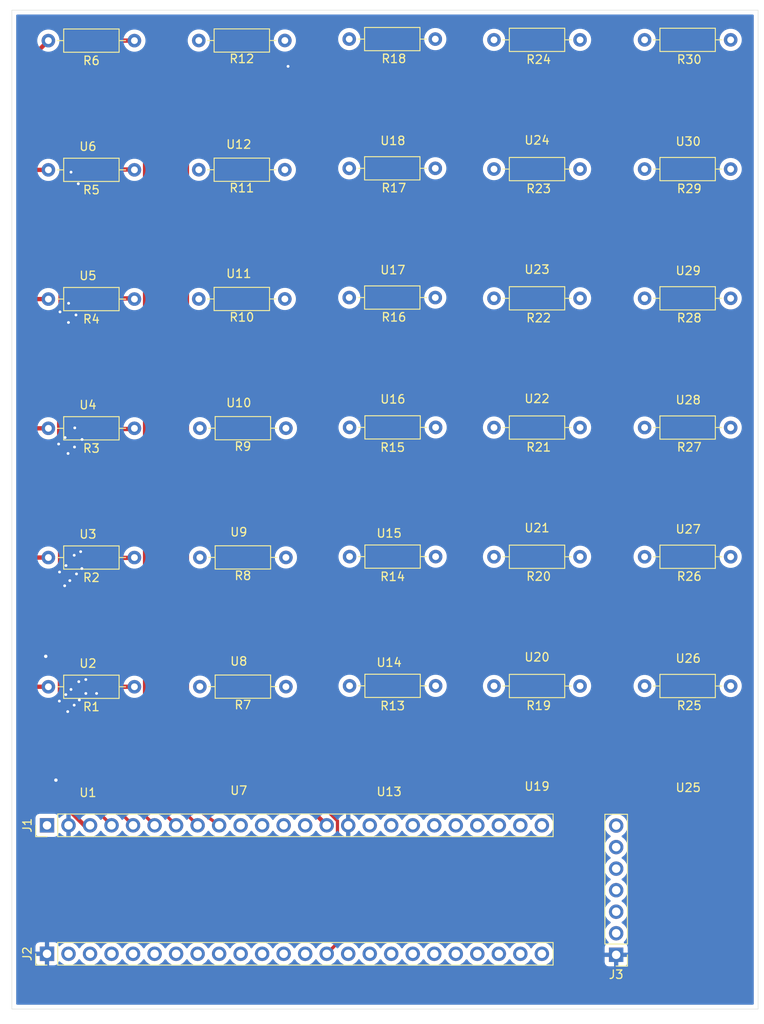
<source format=kicad_pcb>
(kicad_pcb (version 20200724) (host pcbnew "(5.99.0-2415-gbbdd3fce7)")
  (layers (0 "F.Cu" signal) (31 "B.Cu" signal) (34 "B.Paste" user) (35 "F.Paste" user) (36 "B.SilkS" user) (37 "F.SilkS" user) (38 "B.Mask" user) (39 "F.Mask" user) (44 "Edge.Cuts" user))
  (net 0 "")
  (net 1 "SCK")
  (net 2 "MISO")
  (net 3 "Net-(U1-Pad4)")
  (net 4 "+3V3")
  (net 5 "GND")
  (net 6 "Net-(J1-Pad24)")
  (net 7 "Net-(J1-Pad23)")
  (net 8 "Net-(J1-Pad22)")
  (net 9 "Net-(J1-Pad21)")
  (net 10 "Net-(J1-Pad20)")
  (net 11 "Net-(J1-Pad19)")
  (net 12 "Net-(J1-Pad18)")
  (net 13 "Net-(J1-Pad17)")
  (net 14 "Net-(J1-Pad16)")
  (net 15 "Net-(J1-Pad13)")
  (net 16 "Net-(J1-Pad12)")
  (net 17 "Net-(J1-Pad11)")
  (net 18 "Net-(J1-Pad10)")
  (net 19 "VCC")
  (net 20 "Net-(J2-Pad24)")
  (net 21 "Net-(J2-Pad23)")
  (net 22 "Net-(J2-Pad22)")
  (net 23 "Net-(J2-Pad21)")
  (net 24 "Net-(J2-Pad20)")
  (net 25 "SCK1")
  (net 26 "MOSI1")
  (net 27 "Net-(J2-Pad17)")
  (net 28 "Net-(J2-Pad16)")
  (net 29 "MOSI")
  (net 30 "Net-(J2-Pad12)")
  (net 31 "Net-(J2-Pad11)")
  (net 32 "Net-(J2-Pad10)")
  (net 33 "Net-(J2-Pad9)")
  (net 34 "Net-(J2-Pad8)")
  (net 35 "Net-(J2-Pad7)")
  (net 36 "Net-(J2-Pad6)")
  (net 37 "Net-(J2-Pad5)")
  (net 38 "Net-(J2-Pad4)")
  (net 39 "MISO1")
  (net 40 "Net-(J2-Pad2)")
  (net 41 "Net-(R1-Pad1)")
  (net 42 "Net-(R2-Pad1)")
  (net 43 "Net-(U2-Pad4)")
  (net 44 "Net-(J3-Pad4)")
  (net 45 "Net-(J3-Pad7)")
  (net 46 "Net-(J3-Pad6)")
  (net 47 "Net-(J3-Pad5)")
  (net 48 "ss3")
  (net 49 "ss4")
  (net 50 "ss5")
  (net 51 "ss6")
  (module "Sensor:ABPMANN060KGSA3" (layer "F.Cu") (at 92.74 43.44 -90)
    (fp_text reference "U24" (at 4.9 -0.66 unlocked) (layer "F.SilkS"))
    (fp_text value "ABPMANN060KGSA3")
    (pad "1" smd rect (at -2.54 -6 270) (size 0.65 1.75) (layers "F.Cu" "F.Paste" "F.Mask") (net 5 "GND"))
    (pad "2" smd rect (at 0 -6 270) (size 0.65 1.75) (layers "F.Cu" "F.Paste" "F.Mask") (net 4 "+3V3"))
    (pad "3" smd rect (at 2.54 -6 270) (size 0.65 1.75) (layers "F.Cu" "F.Paste" "F.Mask") (net 42 "Net-(R2-Pad1)"))
    (pad "4" smd rect (at -2.54 4.6 270) (size 0.65 1.75) (layers "F.Cu" "F.Paste" "F.Mask") (net 43 "Net-(U2-Pad4)"))
    (pad "5" smd rect (at 0 4.6 270) (size 0.65 1.75) (layers "F.Cu" "F.Paste" "F.Mask") (net 26 "MOSI1"))
    (pad "6" smd rect (at 2.54 4.6 270) (size 0.65 1.75) (layers "F.Cu" "F.Paste" "F.Mask") (net 25 "SCK1"))
  )
  (module "Resistor_THT:R_Axial_DIN0207_L6.3mm_D2.5mm_P10.16mm_Horizontal" (layer "F.Cu") (at 106.1 97.46)
    (fp_text reference "R26" (at 5.27 2.32) (layer "F.SilkS"))
    (fp_text value "3.3k")
    (pad "1" thru_hole circle (at 0 0) (size 1.6 1.6) (drill 0.8) (layers *.Cu *.Mask) (net 42 "Net-(R2-Pad1)"))
    (pad "2" thru_hole oval (at 10.16 0) (size 1.6 1.6) (drill 0.8) (layers *.Cu *.Mask) (net 4 "+3V3"))
  )
  (module "Resistor_THT:R_Axial_DIN0207_L6.3mm_D2.5mm_P10.16mm_Horizontal" (layer "F.Cu") (at 53.594 112.776)
    (fp_text reference "R7" (at 5.08 2.159) (layer "F.SilkS"))
    (fp_text value "3.3k")
    (pad "1" thru_hole circle (at 0 0) (size 1.6 1.6) (drill 0.8) (layers *.Cu *.Mask) (net 41 "Net-(R1-Pad1)"))
    (pad "2" thru_hole oval (at 10.16 0) (size 1.6 1.6) (drill 0.8) (layers *.Cu *.Mask) (net 4 "+3V3"))
  )
  (module "Sensor:ABPMANN060KGSA3" (layer "F.Cu") (at 76.92 58.76 90)
    (fp_text reference "U17" (at -4.88 -0.54 unlocked) (layer "F.SilkS"))
    (fp_text value "ABPMANN060KGSA3")
    (pad "1" smd rect (at -2.54 -6 90) (size 0.65 1.75) (layers "F.Cu" "F.Paste" "F.Mask") (net 5 "GND"))
    (pad "2" smd rect (at 0 -6 90) (size 0.65 1.75) (layers "F.Cu" "F.Paste" "F.Mask") (net 4 "+3V3"))
    (pad "3" smd rect (at 2.54 -6 90) (size 0.65 1.75) (layers "F.Cu" "F.Paste" "F.Mask") (net 42 "Net-(R2-Pad1)"))
    (pad "4" smd rect (at -2.54 4.6 90) (size 0.65 1.75) (layers "F.Cu" "F.Paste" "F.Mask") (net 43 "Net-(U2-Pad4)"))
    (pad "5" smd rect (at 0 4.6 90) (size 0.65 1.75) (layers "F.Cu" "F.Paste" "F.Mask") (net 26 "MOSI1"))
    (pad "6" smd rect (at 2.54 4.6 90) (size 0.65 1.75) (layers "F.Cu" "F.Paste" "F.Mask") (net 25 "SCK1"))
  )
  (module "Sensor:ABPMANN060KGSA3" (layer "F.Cu") (at 76.93 89.2 90)
    (fp_text reference "U15" (at -5.49 -0.99 unlocked) (layer "F.SilkS"))
    (fp_text value "ABPMANN060KGSA3")
    (pad "1" smd rect (at -2.54 -6 90) (size 0.65 1.75) (layers "F.Cu" "F.Paste" "F.Mask") (net 5 "GND"))
    (pad "2" smd rect (at 0 -6 90) (size 0.65 1.75) (layers "F.Cu" "F.Paste" "F.Mask") (net 4 "+3V3"))
    (pad "3" smd rect (at 2.54 -6 90) (size 0.65 1.75) (layers "F.Cu" "F.Paste" "F.Mask") (net 41 "Net-(R1-Pad1)"))
    (pad "4" smd rect (at -2.54 4.6 90) (size 0.65 1.75) (layers "F.Cu" "F.Paste" "F.Mask") (net 3 "Net-(U1-Pad4)"))
    (pad "5" smd rect (at 0 4.6 90) (size 0.65 1.75) (layers "F.Cu" "F.Paste" "F.Mask") (net 2 "MISO"))
    (pad "6" smd rect (at 2.54 4.6 90) (size 0.65 1.75) (layers "F.Cu" "F.Paste" "F.Mask") (net 1 "SCK"))
  )
  (module "Sensor:ABPMANN060KGSA3" (layer "F.Cu") (at 58 89.24 -90)
    (fp_text reference "U9" (at 5.31 -0.19 unlocked) (layer "F.SilkS"))
    (fp_text value "ABPMANN060KGSA3")
    (pad "1" smd rect (at -2.54 -6 270) (size 0.65 1.75) (layers "F.Cu" "F.Paste" "F.Mask") (net 5 "GND"))
    (pad "2" smd rect (at 0 -6 270) (size 0.65 1.75) (layers "F.Cu" "F.Paste" "F.Mask") (net 4 "+3V3"))
    (pad "3" smd rect (at 2.54 -6 270) (size 0.65 1.75) (layers "F.Cu" "F.Paste" "F.Mask") (net 41 "Net-(R1-Pad1)"))
    (pad "4" smd rect (at -2.54 4.6 270) (size 0.65 1.75) (layers "F.Cu" "F.Paste" "F.Mask") (net 3 "Net-(U1-Pad4)"))
    (pad "5" smd rect (at 0 4.6 270) (size 0.65 1.75) (layers "F.Cu" "F.Paste" "F.Mask") (net 2 "MISO"))
    (pad "6" smd rect (at 2.54 4.6 270) (size 0.65 1.75) (layers "F.Cu" "F.Paste" "F.Mask") (net 1 "SCK"))
  )
  (module "Sensor:ABPMANN060KGSA3" (layer "F.Cu") (at 111.79 74.09 90)
    (fp_text reference "U28" (at -4.88 -0.54 unlocked) (layer "F.SilkS"))
    (fp_text value "ABPMANN060KGSA3")
    (pad "1" smd rect (at -2.54 -6 90) (size 0.65 1.75) (layers "F.Cu" "F.Paste" "F.Mask") (net 5 "GND"))
    (pad "2" smd rect (at 0 -6 90) (size 0.65 1.75) (layers "F.Cu" "F.Paste" "F.Mask") (net 4 "+3V3"))
    (pad "3" smd rect (at 2.54 -6 90) (size 0.65 1.75) (layers "F.Cu" "F.Paste" "F.Mask") (net 42 "Net-(R2-Pad1)"))
    (pad "4" smd rect (at -2.54 4.6 90) (size 0.65 1.75) (layers "F.Cu" "F.Paste" "F.Mask") (net 43 "Net-(U2-Pad4)"))
    (pad "5" smd rect (at 0 4.6 90) (size 0.65 1.75) (layers "F.Cu" "F.Paste" "F.Mask") (net 26 "MOSI1"))
    (pad "6" smd rect (at 2.54 4.6 90) (size 0.65 1.75) (layers "F.Cu" "F.Paste" "F.Mask") (net 25 "SCK1"))
  )
  (module "Resistor_THT:R_Axial_DIN0207_L6.3mm_D2.5mm_P10.16mm_Horizontal" (layer "F.Cu") (at 53.467 51.816)
    (fp_text reference "R11" (at 5.08 2.159) (layer "F.SilkS"))
    (fp_text value "3.3k")
    (pad "1" thru_hole circle (at 0 0) (size 1.6 1.6) (drill 0.8) (layers *.Cu *.Mask) (net 41 "Net-(R1-Pad1)"))
    (pad "2" thru_hole oval (at 10.16 0) (size 1.6 1.6) (drill 0.8) (layers *.Cu *.Mask) (net 4 "+3V3"))
  )
  (module "Sensor:ABPMANN060KGSA3" (layer "F.Cu") (at 76.92 43.52 90)
    (fp_text reference "U18" (at -4.88 -0.54 unlocked) (layer "F.SilkS"))
    (fp_text value "ABPMANN060KGSA3")
    (pad "1" smd rect (at -2.54 -6 90) (size 0.65 1.75) (layers "F.Cu" "F.Paste" "F.Mask") (net 5 "GND"))
    (pad "2" smd rect (at 0 -6 90) (size 0.65 1.75) (layers "F.Cu" "F.Paste" "F.Mask") (net 4 "+3V3"))
    (pad "3" smd rect (at 2.54 -6 90) (size 0.65 1.75) (layers "F.Cu" "F.Paste" "F.Mask") (net 42 "Net-(R2-Pad1)"))
    (pad "4" smd rect (at -2.54 4.6 90) (size 0.65 1.75) (layers "F.Cu" "F.Paste" "F.Mask") (net 43 "Net-(U2-Pad4)"))
    (pad "5" smd rect (at 0 4.6 90) (size 0.65 1.75) (layers "F.Cu" "F.Paste" "F.Mask") (net 26 "MOSI1"))
    (pad "6" smd rect (at 2.54 4.6 90) (size 0.65 1.75) (layers "F.Cu" "F.Paste" "F.Mask") (net 25 "SCK1"))
  )
  (module "Sensor:ABPMANN060KGSA3" (layer "F.Cu") (at 76.92 74 90)
    (fp_text reference "U16" (at -4.88 -0.54 unlocked) (layer "F.SilkS"))
    (fp_text value "ABPMANN060KGSA3")
    (pad "1" smd rect (at -2.54 -6 90) (size 0.65 1.75) (layers "F.Cu" "F.Paste" "F.Mask") (net 5 "GND"))
    (pad "2" smd rect (at 0 -6 90) (size 0.65 1.75) (layers "F.Cu" "F.Paste" "F.Mask") (net 4 "+3V3"))
    (pad "3" smd rect (at 2.54 -6 90) (size 0.65 1.75) (layers "F.Cu" "F.Paste" "F.Mask") (net 42 "Net-(R2-Pad1)"))
    (pad "4" smd rect (at -2.54 4.6 90) (size 0.65 1.75) (layers "F.Cu" "F.Paste" "F.Mask") (net 43 "Net-(U2-Pad4)"))
    (pad "5" smd rect (at 0 4.6 90) (size 0.65 1.75) (layers "F.Cu" "F.Paste" "F.Mask") (net 26 "MOSI1"))
    (pad "6" smd rect (at 2.54 4.6 90) (size 0.65 1.75) (layers "F.Cu" "F.Paste" "F.Mask") (net 25 "SCK1"))
  )
  (module "Resistor_THT:R_Axial_DIN0207_L6.3mm_D2.5mm_P10.16mm_Horizontal" (layer "F.Cu") (at 45.87 112.79 180)
    (fp_text reference "R1" (at 5.08 -2.37) (layer "F.SilkS"))
    (fp_text value "3.3k")
    (pad "1" thru_hole circle (at 0 0 180) (size 1.6 1.6) (drill 0.8) (layers *.Cu *.Mask) (net 41 "Net-(R1-Pad1)"))
    (pad "2" thru_hole oval (at 10.16 0 180) (size 1.6 1.6) (drill 0.8) (layers *.Cu *.Mask) (net 4 "+3V3"))
  )
  (module "Sensor:ABPMANN060KGSA3" (layer "F.Cu") (at 111.79 119.81 90)
    (fp_text reference "U25" (at -4.88 -0.54 unlocked) (layer "F.SilkS"))
    (fp_text value "ABPMANN060KGSA3")
    (pad "1" smd rect (at -2.54 -6 90) (size 0.65 1.75) (layers "F.Cu" "F.Paste" "F.Mask") (net 5 "GND"))
    (pad "2" smd rect (at 0 -6 90) (size 0.65 1.75) (layers "F.Cu" "F.Paste" "F.Mask") (net 4 "+3V3"))
    (pad "3" smd rect (at 2.54 -6 90) (size 0.65 1.75) (layers "F.Cu" "F.Paste" "F.Mask") (net 42 "Net-(R2-Pad1)"))
    (pad "4" smd rect (at -2.54 4.6 90) (size 0.65 1.75) (layers "F.Cu" "F.Paste" "F.Mask") (net 43 "Net-(U2-Pad4)"))
    (pad "5" smd rect (at 0 4.6 90) (size 0.65 1.75) (layers "F.Cu" "F.Paste" "F.Mask") (net 26 "MOSI1"))
    (pad "6" smd rect (at 2.54 4.6 90) (size 0.65 1.75) (layers "F.Cu" "F.Paste" "F.Mask") (net 25 "SCK1"))
  )
  (module "Resistor_THT:R_Axial_DIN0207_L6.3mm_D2.5mm_P10.16mm_Horizontal" (layer "F.Cu") (at 53.594 82.296)
    (fp_text reference "R9" (at 5.08 2.159) (layer "F.SilkS"))
    (fp_text value "3.3k")
    (pad "1" thru_hole circle (at 0 0) (size 1.6 1.6) (drill 0.8) (layers *.Cu *.Mask) (net 41 "Net-(R1-Pad1)"))
    (pad "2" thru_hole oval (at 10.16 0) (size 1.6 1.6) (drill 0.8) (layers *.Cu *.Mask) (net 4 "+3V3"))
  )
  (module "Connector_PinHeader_2.54mm:PinHeader_1x24_P2.54mm_Vertical" (layer "F.Cu") (at 35.55 129.13 90)
    (fp_text reference "J1" (at 0 -2.33 90) (layer "F.SilkS"))
    (fp_text value "Conn_01x24_Female")
    (pad "1" thru_hole rect (at 0 0 90) (size 1.7 1.7) (drill 1) (layers *.Cu *.Mask) (net 19 "VCC"))
    (pad "2" thru_hole oval (at 0 2.54 90) (size 1.7 1.7) (drill 1) (layers *.Cu *.Mask) (net 5 "GND"))
    (pad "3" thru_hole oval (at 0 5.08 90) (size 1.7 1.7) (drill 1) (layers *.Cu *.Mask) (net 4 "+3V3"))
    (pad "4" thru_hole oval (at 0 7.62 90) (size 1.7 1.7) (drill 1) (layers *.Cu *.Mask) (net 41 "Net-(R1-Pad1)"))
    (pad "5" thru_hole oval (at 0 10.16 90) (size 1.7 1.7) (drill 1) (layers *.Cu *.Mask) (net 42 "Net-(R2-Pad1)"))
    (pad "6" thru_hole oval (at 0 12.7 90) (size 1.7 1.7) (drill 1) (layers *.Cu *.Mask) (net 48 "ss3"))
    (pad "7" thru_hole oval (at 0 15.24 90) (size 1.7 1.7) (drill 1) (layers *.Cu *.Mask) (net 49 "ss4"))
    (pad "8" thru_hole oval (at 0 17.78 90) (size 1.7 1.7) (drill 1) (layers *.Cu *.Mask) (net 50 "ss5"))
    (pad "9" thru_hole oval (at 0 20.32 90) (size 1.7 1.7) (drill 1) (layers *.Cu *.Mask) (net 51 "ss6"))
    (pad "10" thru_hole oval (at 0 22.86 90) (size 1.7 1.7) (drill 1) (layers *.Cu *.Mask) (net 18 "Net-(J1-Pad10)"))
    (pad "11" thru_hole oval (at 0 25.4 90) (size 1.7 1.7) (drill 1) (layers *.Cu *.Mask) (net 17 "Net-(J1-Pad11)"))
    (pad "12" thru_hole oval (at 0 27.94 90) (size 1.7 1.7) (drill 1) (layers *.Cu *.Mask) (net 16 "Net-(J1-Pad12)"))
    (pad "13" thru_hole oval (at 0 30.48 90) (size 1.7 1.7) (drill 1) (layers *.Cu *.Mask) (net 15 "Net-(J1-Pad13)"))
    (pad "14" thru_hole oval (at 0 33.02 90) (size 1.7 1.7) (drill 1) (layers *.Cu *.Mask) (net 1 "SCK"))
    (pad "15" thru_hole oval (at 0 35.56 90) (size 1.7 1.7) (drill 1) (layers *.Cu *.Mask) (net 5 "GND"))
    (pad "16" thru_hole oval (at 0 38.1 90) (size 1.7 1.7) (drill 1) (layers *.Cu *.Mask) (net 14 "Net-(J1-Pad16)"))
    (pad "17" thru_hole oval (at 0 40.64 90) (size 1.7 1.7) (drill 1) (layers *.Cu *.Mask) (net 13 "Net-(J1-Pad17)"))
    (pad "18" thru_hole oval (at 0 43.18 90) (size 1.7 1.7) (drill 1) (layers *.Cu *.Mask) (net 12 "Net-(J1-Pad18)"))
    (pad "19" thru_hole oval (at 0 45.72 90) (size 1.7 1.7) (drill 1) (layers *.Cu *.Mask) (net 11 "Net-(J1-Pad19)"))
    (pad "20" thru_hole oval (at 0 48.26 90) (size 1.7 1.7) (drill 1) (layers *.Cu *.Mask) (net 10 "Net-(J1-Pad20)"))
    (pad "21" thru_hole oval (at 0 50.8 90) (size 1.7 1.7) (drill 1) (layers *.Cu *.Mask) (net 9 "Net-(J1-Pad21)"))
    (pad "22" thru_hole oval (at 0 53.34 90) (size 1.7 1.7) (drill 1) (layers *.Cu *.Mask) (net 8 "Net-(J1-Pad22)"))
    (pad "23" thru_hole oval (at 0 55.88 90) (size 1.7 1.7) (drill 1) (layers *.Cu *.Mask) (net 7 "Net-(J1-Pad23)"))
    (pad "24" thru_hole oval (at 0 58.42 90) (size 1.7 1.7) (drill 1) (layers *.Cu *.Mask) (net 6 "Net-(J1-Pad24)"))
  )
  (module "Connector_PinHeader_2.54mm:PinHeader_1x24_P2.54mm_Vertical" (layer "F.Cu") (at 35.55 144.28 90)
    (fp_text reference "J2" (at 0 -2.33 90) (layer "F.SilkS"))
    (fp_text value "Conn_01x24_Female")
    (pad "1" thru_hole rect (at 0 0 90) (size 1.7 1.7) (drill 1) (layers *.Cu *.Mask) (net 5 "GND"))
    (pad "2" thru_hole oval (at 0 2.54 90) (size 1.7 1.7) (drill 1) (layers *.Cu *.Mask) (net 40 "Net-(J2-Pad2)"))
    (pad "3" thru_hole oval (at 0 5.08 90) (size 1.7 1.7) (drill 1) (layers *.Cu *.Mask) (net 39 "MISO1"))
    (pad "4" thru_hole oval (at 0 7.62 90) (size 1.7 1.7) (drill 1) (layers *.Cu *.Mask) (net 38 "Net-(J2-Pad4)"))
    (pad "5" thru_hole oval (at 0 10.16 90) (size 1.7 1.7) (drill 1) (layers *.Cu *.Mask) (net 37 "Net-(J2-Pad5)"))
    (pad "6" thru_hole oval (at 0 12.7 90) (size 1.7 1.7) (drill 1) (layers *.Cu *.Mask) (net 36 "Net-(J2-Pad6)"))
    (pad "7" thru_hole oval (at 0 15.24 90) (size 1.7 1.7) (drill 1) (layers *.Cu *.Mask) (net 35 "Net-(J2-Pad7)"))
    (pad "8" thru_hole oval (at 0 17.78 90) (size 1.7 1.7) (drill 1) (layers *.Cu *.Mask) (net 34 "Net-(J2-Pad8)"))
    (pad "9" thru_hole oval (at 0 20.32 90) (size 1.7 1.7) (drill 1) (layers *.Cu *.Mask) (net 33 "Net-(J2-Pad9)"))
    (pad "10" thru_hole oval (at 0 22.86 90) (size 1.7 1.7) (drill 1) (layers *.Cu *.Mask) (net 32 "Net-(J2-Pad10)"))
    (pad "11" thru_hole oval (at 0 25.4 90) (size 1.7 1.7) (drill 1) (layers *.Cu *.Mask) (net 31 "Net-(J2-Pad11)"))
    (pad "12" thru_hole oval (at 0 27.94 90) (size 1.7 1.7) (drill 1) (layers *.Cu *.Mask) (net 30 "Net-(J2-Pad12)"))
    (pad "13" thru_hole oval (at 0 30.48 90) (size 1.7 1.7) (drill 1) (layers *.Cu *.Mask) (net 29 "MOSI"))
    (pad "14" thru_hole oval (at 0 33.02 90) (size 1.7 1.7) (drill 1) (layers *.Cu *.Mask) (net 2 "MISO"))
    (pad "15" thru_hole oval (at 0 35.56 90) (size 1.7 1.7) (drill 1) (layers *.Cu *.Mask) (net 4 "+3V3"))
    (pad "16" thru_hole oval (at 0 38.1 90) (size 1.7 1.7) (drill 1) (layers *.Cu *.Mask) (net 28 "Net-(J2-Pad16)"))
    (pad "17" thru_hole oval (at 0 40.64 90) (size 1.7 1.7) (drill 1) (layers *.Cu *.Mask) (net 27 "Net-(J2-Pad17)"))
    (pad "18" thru_hole oval (at 0 43.18 90) (size 1.7 1.7) (drill 1) (layers *.Cu *.Mask) (net 26 "MOSI1"))
    (pad "19" thru_hole oval (at 0 45.72 90) (size 1.7 1.7) (drill 1) (layers *.Cu *.Mask) (net 25 "SCK1"))
    (pad "20" thru_hole oval (at 0 48.26 90) (size 1.7 1.7) (drill 1) (layers *.Cu *.Mask) (net 24 "Net-(J2-Pad20)"))
    (pad "21" thru_hole oval (at 0 50.8 90) (size 1.7 1.7) (drill 1) (layers *.Cu *.Mask) (net 23 "Net-(J2-Pad21)"))
    (pad "22" thru_hole oval (at 0 53.34 90) (size 1.7 1.7) (drill 1) (layers *.Cu *.Mask) (net 22 "Net-(J2-Pad22)"))
    (pad "23" thru_hole oval (at 0 55.88 90) (size 1.7 1.7) (drill 1) (layers *.Cu *.Mask) (net 21 "Net-(J2-Pad23)"))
    (pad "24" thru_hole oval (at 0 58.42 90) (size 1.7 1.7) (drill 1) (layers *.Cu *.Mask) (net 20 "Net-(J2-Pad24)"))
  )
  (module "Resistor_THT:R_Axial_DIN0207_L6.3mm_D2.5mm_P10.16mm_Horizontal" (layer "F.Cu") (at 53.467 36.576)
    (fp_text reference "R12" (at 5.08 2.159) (layer "F.SilkS"))
    (fp_text value "3.3k")
    (pad "1" thru_hole circle (at 0 0) (size 1.6 1.6) (drill 0.8) (layers *.Cu *.Mask) (net 41 "Net-(R1-Pad1)"))
    (pad "2" thru_hole oval (at 10.16 0) (size 1.6 1.6) (drill 0.8) (layers *.Cu *.Mask) (net 4 "+3V3"))
  )
  (module "Resistor_THT:R_Axial_DIN0207_L6.3mm_D2.5mm_P10.16mm_Horizontal" (layer "F.Cu") (at 45.87 67.07 180)
    (fp_text reference "R4" (at 5.08 -2.37) (layer "F.SilkS"))
    (fp_text value "3.3k")
    (pad "1" thru_hole circle (at 0 0 180) (size 1.6 1.6) (drill 0.8) (layers *.Cu *.Mask) (net 49 "ss4"))
    (pad "2" thru_hole oval (at 10.16 0 180) (size 1.6 1.6) (drill 0.8) (layers *.Cu *.Mask) (net 4 "+3V3"))
  )
  (module "Sensor:ABPMANN060KGSA3" (layer "F.Cu") (at 92.74 89.16 -90)
    (fp_text reference "U21" (at 4.9 -0.66 unlocked) (layer "F.SilkS"))
    (fp_text value "ABPMANN060KGSA3")
    (pad "1" smd rect (at -2.54 -6 270) (size 0.65 1.75) (layers "F.Cu" "F.Paste" "F.Mask") (net 5 "GND"))
    (pad "2" smd rect (at 0 -6 270) (size 0.65 1.75) (layers "F.Cu" "F.Paste" "F.Mask") (net 4 "+3V3"))
    (pad "3" smd rect (at 2.54 -6 270) (size 0.65 1.75) (layers "F.Cu" "F.Paste" "F.Mask") (net 42 "Net-(R2-Pad1)"))
    (pad "4" smd rect (at -2.54 4.6 270) (size 0.65 1.75) (layers "F.Cu" "F.Paste" "F.Mask") (net 43 "Net-(U2-Pad4)"))
    (pad "5" smd rect (at 0 4.6 270) (size 0.65 1.75) (layers "F.Cu" "F.Paste" "F.Mask") (net 26 "MOSI1"))
    (pad "6" smd rect (at 2.54 4.6 270) (size 0.65 1.75) (layers "F.Cu" "F.Paste" "F.Mask") (net 25 "SCK1"))
  )
  (module "Connector_PinHeader_2.54mm:PinHeader_1x07_P2.54mm_Vertical" (layer "F.Cu") (at 102.743 144.399 180)
    (fp_text reference "J3" (at 0 -2.33) (layer "F.SilkS"))
    (fp_text value "Conn_01x07_Male")
    (pad "1" thru_hole rect (at 0 0 180) (size 1.7 1.7) (drill 1) (layers *.Cu *.Mask) (net 5 "GND"))
    (pad "2" thru_hole oval (at 0 2.54 180) (size 1.7 1.7) (drill 1) (layers *.Cu *.Mask) (net 19 "VCC"))
    (pad "3" thru_hole oval (at 0 5.08 180) (size 1.7 1.7) (drill 1) (layers *.Cu *.Mask) (net 4 "+3V3"))
    (pad "4" thru_hole oval (at 0 7.62 180) (size 1.7 1.7) (drill 1) (layers *.Cu *.Mask) (net 44 "Net-(J3-Pad4)"))
    (pad "5" thru_hole oval (at 0 10.16 180) (size 1.7 1.7) (drill 1) (layers *.Cu *.Mask) (net 47 "Net-(J3-Pad5)"))
    (pad "6" thru_hole oval (at 0 12.7 180) (size 1.7 1.7) (drill 1) (layers *.Cu *.Mask) (net 46 "Net-(J3-Pad6)"))
    (pad "7" thru_hole oval (at 0 15.24 180) (size 1.7 1.7) (drill 1) (layers *.Cu *.Mask) (net 45 "Net-(J3-Pad7)"))
  )
  (module "Resistor_THT:R_Axial_DIN0207_L6.3mm_D2.5mm_P10.16mm_Horizontal" (layer "F.Cu") (at 71.23 36.41)
    (fp_text reference "R18" (at 5.27 2.32) (layer "F.SilkS"))
    (fp_text value "3.3k")
    (pad "1" thru_hole circle (at 0 0) (size 1.6 1.6) (drill 0.8) (layers *.Cu *.Mask) (net 42 "Net-(R2-Pad1)"))
    (pad "2" thru_hole oval (at 10.16 0) (size 1.6 1.6) (drill 0.8) (layers *.Cu *.Mask) (net 4 "+3V3"))
  )
  (module "Sensor:ABPMANN060KGSA3" (layer "F.Cu") (at 41.37 89.31 90)
    (fp_text reference "U3" (at -5.49 -0.99 unlocked) (layer "F.SilkS"))
    (fp_text value "ABPMANN060KGSA3")
    (pad "1" smd rect (at -2.54 -6 90) (size 0.65 1.75) (layers "F.Cu" "F.Paste" "F.Mask") (net 5 "GND"))
    (pad "2" smd rect (at 0 -6 90) (size 0.65 1.75) (layers "F.Cu" "F.Paste" "F.Mask") (net 4 "+3V3"))
    (pad "3" smd rect (at 2.54 -6 90) (size 0.65 1.75) (layers "F.Cu" "F.Paste" "F.Mask") (net 48 "ss3"))
    (pad "4" smd rect (at -2.54 4.6 90) (size 0.65 1.75) (layers "F.Cu" "F.Paste" "F.Mask") (net 3 "Net-(U1-Pad4)"))
    (pad "5" smd rect (at 0 4.6 90) (size 0.65 1.75) (layers "F.Cu" "F.Paste" "F.Mask") (net 2 "MISO"))
    (pad "6" smd rect (at 2.54 4.6 90) (size 0.65 1.75) (layers "F.Cu" "F.Paste" "F.Mask") (net 1 "SCK"))
  )
  (module "Resistor_THT:R_Axial_DIN0207_L6.3mm_D2.5mm_P10.16mm_Horizontal" (layer "F.Cu") (at 88.32 112.7)
    (fp_text reference "R19" (at 5.27 2.32) (layer "F.SilkS"))
    (fp_text value "3.3k")
    (pad "1" thru_hole circle (at 0 0) (size 1.6 1.6) (drill 0.8) (layers *.Cu *.Mask) (net 42 "Net-(R2-Pad1)"))
    (pad "2" thru_hole oval (at 10.16 0) (size 1.6 1.6) (drill 0.8) (layers *.Cu *.Mask) (net 4 "+3V3"))
  )
  (module "Resistor_THT:R_Axial_DIN0207_L6.3mm_D2.5mm_P10.16mm_Horizontal" (layer "F.Cu") (at 106.1 51.74)
    (fp_text reference "R29" (at 5.27 2.32) (layer "F.SilkS"))
    (fp_text value "3.3k")
    (pad "1" thru_hole circle (at 0 0) (size 1.6 1.6) (drill 0.8) (layers *.Cu *.Mask) (net 42 "Net-(R2-Pad1)"))
    (pad "2" thru_hole oval (at 10.16 0) (size 1.6 1.6) (drill 0.8) (layers *.Cu *.Mask) (net 4 "+3V3"))
  )
  (module "Sensor:ABPMANN060KGSA3" (layer "F.Cu") (at 92.74 104.4 -90)
    (fp_text reference "U20" (at 4.9 -0.66 unlocked) (layer "F.SilkS"))
    (fp_text value "ABPMANN060KGSA3")
    (pad "1" smd rect (at -2.54 -6 270) (size 0.65 1.75) (layers "F.Cu" "F.Paste" "F.Mask") (net 5 "GND"))
    (pad "2" smd rect (at 0 -6 270) (size 0.65 1.75) (layers "F.Cu" "F.Paste" "F.Mask") (net 4 "+3V3"))
    (pad "3" smd rect (at 2.54 -6 270) (size 0.65 1.75) (layers "F.Cu" "F.Paste" "F.Mask") (net 42 "Net-(R2-Pad1)"))
    (pad "4" smd rect (at -2.54 4.6 270) (size 0.65 1.75) (layers "F.Cu" "F.Paste" "F.Mask") (net 43 "Net-(U2-Pad4)"))
    (pad "5" smd rect (at 0 4.6 270) (size 0.65 1.75) (layers "F.Cu" "F.Paste" "F.Mask") (net 26 "MOSI1"))
    (pad "6" smd rect (at 2.54 4.6 270) (size 0.65 1.75) (layers "F.Cu" "F.Paste" "F.Mask") (net 25 "SCK1"))
  )
  (module "Sensor:ABPMANN060KGSA3" (layer "F.Cu") (at 92.74 58.68 -90)
    (fp_text reference "U23" (at 4.9 -0.66 unlocked) (layer "F.SilkS"))
    (fp_text value "ABPMANN060KGSA3")
    (pad "1" smd rect (at -2.54 -6 270) (size 0.65 1.75) (layers "F.Cu" "F.Paste" "F.Mask") (net 5 "GND"))
    (pad "2" smd rect (at 0 -6 270) (size 0.65 1.75) (layers "F.Cu" "F.Paste" "F.Mask") (net 4 "+3V3"))
    (pad "3" smd rect (at 2.54 -6 270) (size 0.65 1.75) (layers "F.Cu" "F.Paste" "F.Mask") (net 42 "Net-(R2-Pad1)"))
    (pad "4" smd rect (at -2.54 4.6 270) (size 0.65 1.75) (layers "F.Cu" "F.Paste" "F.Mask") (net 43 "Net-(U2-Pad4)"))
    (pad "5" smd rect (at 0 4.6 270) (size 0.65 1.75) (layers "F.Cu" "F.Paste" "F.Mask") (net 26 "MOSI1"))
    (pad "6" smd rect (at 2.54 4.6 270) (size 0.65 1.75) (layers "F.Cu" "F.Paste" "F.Mask") (net 25 "SCK1"))
  )
  (module "Resistor_THT:R_Axial_DIN0207_L6.3mm_D2.5mm_P10.16mm_Horizontal" (layer "F.Cu") (at 88.32 66.98)
    (fp_text reference "R22" (at 5.27 2.32) (layer "F.SilkS"))
    (fp_text value "3.3k")
    (pad "1" thru_hole circle (at 0 0) (size 1.6 1.6) (drill 0.8) (layers *.Cu *.Mask) (net 42 "Net-(R2-Pad1)"))
    (pad "2" thru_hole oval (at 10.16 0) (size 1.6 1.6) (drill 0.8) (layers *.Cu *.Mask) (net 4 "+3V3"))
  )
  (module "Sensor:ABPMANN060KGSA3" (layer "F.Cu") (at 92.74 119.64 -90)
    (fp_text reference "U19" (at 4.9 -0.66 unlocked) (layer "F.SilkS"))
    (fp_text value "ABPMANN060KGSA3")
    (pad "1" smd rect (at -2.54 -6 270) (size 0.65 1.75) (layers "F.Cu" "F.Paste" "F.Mask") (net 5 "GND"))
    (pad "2" smd rect (at 0 -6 270) (size 0.65 1.75) (layers "F.Cu" "F.Paste" "F.Mask") (net 4 "+3V3"))
    (pad "3" smd rect (at 2.54 -6 270) (size 0.65 1.75) (layers "F.Cu" "F.Paste" "F.Mask") (net 42 "Net-(R2-Pad1)"))
    (pad "4" smd rect (at -2.54 4.6 270) (size 0.65 1.75) (layers "F.Cu" "F.Paste" "F.Mask") (net 43 "Net-(U2-Pad4)"))
    (pad "5" smd rect (at 0 4.6 270) (size 0.65 1.75) (layers "F.Cu" "F.Paste" "F.Mask") (net 26 "MOSI1"))
    (pad "6" smd rect (at 2.54 4.6 270) (size 0.65 1.75) (layers "F.Cu" "F.Paste" "F.Mask") (net 25 "SCK1"))
  )
  (module "Resistor_THT:R_Axial_DIN0207_L6.3mm_D2.5mm_P10.16mm_Horizontal" (layer "F.Cu") (at 45.87 51.83 180)
    (fp_text reference "R5" (at 5.08 -2.37) (layer "F.SilkS"))
    (fp_text value "3.3k")
    (pad "1" thru_hole circle (at 0 0 180) (size 1.6 1.6) (drill 0.8) (layers *.Cu *.Mask) (net 50 "ss5"))
    (pad "2" thru_hole oval (at 10.16 0 180) (size 1.6 1.6) (drill 0.8) (layers *.Cu *.Mask) (net 4 "+3V3"))
  )
  (module "Resistor_THT:R_Axial_DIN0207_L6.3mm_D2.5mm_P10.16mm_Horizontal" (layer "F.Cu") (at 106.1 112.7)
    (fp_text reference "R25" (at 5.27 2.32) (layer "F.SilkS"))
    (fp_text value "3.3k")
    (pad "1" thru_hole circle (at 0 0) (size 1.6 1.6) (drill 0.8) (layers *.Cu *.Mask) (net 42 "Net-(R2-Pad1)"))
    (pad "2" thru_hole oval (at 10.16 0) (size 1.6 1.6) (drill 0.8) (layers *.Cu *.Mask) (net 4 "+3V3"))
  )
  (module "Resistor_THT:R_Axial_DIN0207_L6.3mm_D2.5mm_P10.16mm_Horizontal" (layer "F.Cu") (at 81.43 97.44 180)
    (fp_text reference "R14" (at 5.08 -2.37) (layer "F.SilkS"))
    (fp_text value "3.3k")
    (pad "1" thru_hole circle (at 0 0 180) (size 1.6 1.6) (drill 0.8) (layers *.Cu *.Mask) (net 41 "Net-(R1-Pad1)"))
    (pad "2" thru_hole oval (at 10.16 0 180) (size 1.6 1.6) (drill 0.8) (layers *.Cu *.Mask) (net 4 "+3V3"))
  )
  (module "Resistor_THT:R_Axial_DIN0207_L6.3mm_D2.5mm_P10.16mm_Horizontal" (layer "F.Cu") (at 106.1 66.98)
    (fp_text reference "R28" (at 5.27 2.32) (layer "F.SilkS"))
    (fp_text value "3.3k")
    (pad "1" thru_hole circle (at 0 0) (size 1.6 1.6) (drill 0.8) (layers *.Cu *.Mask) (net 42 "Net-(R2-Pad1)"))
    (pad "2" thru_hole oval (at 10.16 0) (size 1.6 1.6) (drill 0.8) (layers *.Cu *.Mask) (net 4 "+3V3"))
  )
  (module "Sensor:ABPMANN060KGSA3" (layer "F.Cu") (at 76.93 104.44 90)
    (fp_text reference "U14" (at -5.49 -0.99 unlocked) (layer "F.SilkS"))
    (fp_text value "ABPMANN060KGSA3")
    (pad "1" smd rect (at -2.54 -6 90) (size 0.65 1.75) (layers "F.Cu" "F.Paste" "F.Mask") (net 5 "GND"))
    (pad "2" smd rect (at 0 -6 90) (size 0.65 1.75) (layers "F.Cu" "F.Paste" "F.Mask") (net 4 "+3V3"))
    (pad "3" smd rect (at 2.54 -6 90) (size 0.65 1.75) (layers "F.Cu" "F.Paste" "F.Mask") (net 41 "Net-(R1-Pad1)"))
    (pad "4" smd rect (at -2.54 4.6 90) (size 0.65 1.75) (layers "F.Cu" "F.Paste" "F.Mask") (net 3 "Net-(U1-Pad4)"))
    (pad "5" smd rect (at 0 4.6 90) (size 0.65 1.75) (layers "F.Cu" "F.Paste" "F.Mask") (net 2 "MISO"))
    (pad "6" smd rect (at 2.54 4.6 90) (size 0.65 1.75) (layers "F.Cu" "F.Paste" "F.Mask") (net 1 "SCK"))
  )
  (module "Resistor_THT:R_Axial_DIN0207_L6.3mm_D2.5mm_P10.16mm_Horizontal" (layer "F.Cu") (at 106.1 36.5)
    (fp_text reference "R30" (at 5.27 2.32) (layer "F.SilkS"))
    (fp_text value "3.3k")
    (pad "1" thru_hole circle (at 0 0) (size 1.6 1.6) (drill 0.8) (layers *.Cu *.Mask) (net 42 "Net-(R2-Pad1)"))
    (pad "2" thru_hole oval (at 10.16 0) (size 1.6 1.6) (drill 0.8) (layers *.Cu *.Mask) (net 4 "+3V3"))
  )
  (module "Sensor:ABPMANN060KGSA3" (layer "F.Cu") (at 41.37 58.83 90)
    (fp_text reference "U5" (at -5.49 -0.99 unlocked) (layer "F.SilkS"))
    (fp_text value "ABPMANN060KGSA3")
    (pad "1" smd rect (at -2.54 -6 90) (size 0.65 1.75) (layers "F.Cu" "F.Paste" "F.Mask") (net 5 "GND"))
    (pad "2" smd rect (at 0 -6 90) (size 0.65 1.75) (layers "F.Cu" "F.Paste" "F.Mask") (net 4 "+3V3"))
    (pad "3" smd rect (at 2.54 -6 90) (size 0.65 1.75) (layers "F.Cu" "F.Paste" "F.Mask") (net 50 "ss5"))
    (pad "4" smd rect (at -2.54 4.6 90) (size 0.65 1.75) (layers "F.Cu" "F.Paste" "F.Mask") (net 3 "Net-(U1-Pad4)"))
    (pad "5" smd rect (at 0 4.6 90) (size 0.65 1.75) (layers "F.Cu" "F.Paste" "F.Mask") (net 2 "MISO"))
    (pad "6" smd rect (at 2.54 4.6 90) (size 0.65 1.75) (layers "F.Cu" "F.Paste" "F.Mask") (net 1 "SCK"))
  )
  (module "Resistor_THT:R_Axial_DIN0207_L6.3mm_D2.5mm_P10.16mm_Horizontal" (layer "F.Cu") (at 106.1 82.22)
    (fp_text reference "R27" (at 5.27 2.32) (layer "F.SilkS"))
    (fp_text value "3.3k")
    (pad "1" thru_hole circle (at 0 0) (size 1.6 1.6) (drill 0.8) (layers *.Cu *.Mask) (net 42 "Net-(R2-Pad1)"))
    (pad "2" thru_hole oval (at 10.16 0) (size 1.6 1.6) (drill 0.8) (layers *.Cu *.Mask) (net 4 "+3V3"))
  )
  (module "Sensor:ABPMANN060KGSA3" (layer "F.Cu") (at 58 43.52 -90)
    (fp_text reference "U12" (at 5.31 -0.19 unlocked) (layer "F.SilkS"))
    (fp_text value "ABPMANN060KGSA3")
    (pad "1" smd rect (at -2.54 -6 270) (size 0.65 1.75) (layers "F.Cu" "F.Paste" "F.Mask") (net 5 "GND"))
    (pad "2" smd rect (at 0 -6 270) (size 0.65 1.75) (layers "F.Cu" "F.Paste" "F.Mask") (net 4 "+3V3"))
    (pad "3" smd rect (at 2.54 -6 270) (size 0.65 1.75) (layers "F.Cu" "F.Paste" "F.Mask") (net 41 "Net-(R1-Pad1)"))
    (pad "4" smd rect (at -2.54 4.6 270) (size 0.65 1.75) (layers "F.Cu" "F.Paste" "F.Mask") (net 3 "Net-(U1-Pad4)"))
    (pad "5" smd rect (at 0 4.6 270) (size 0.65 1.75) (layers "F.Cu" "F.Paste" "F.Mask") (net 2 "MISO"))
    (pad "6" smd rect (at 2.54 4.6 270) (size 0.65 1.75) (layers "F.Cu" "F.Paste" "F.Mask") (net 1 "SCK"))
  )
  (module "Sensor:ABPMANN060KGSA3" (layer "F.Cu") (at 111.79 43.61 90)
    (fp_text reference "U30" (at -4.88 -0.54 unlocked) (layer "F.SilkS"))
    (fp_text value "ABPMANN060KGSA3")
    (pad "1" smd rect (at -2.54 -6 90) (size 0.65 1.75) (layers "F.Cu" "F.Paste" "F.Mask") (net 5 "GND"))
    (pad "2" smd rect (at 0 -6 90) (size 0.65 1.75) (layers "F.Cu" "F.Paste" "F.Mask") (net 4 "+3V3"))
    (pad "3" smd rect (at 2.54 -6 90) (size 0.65 1.75) (layers "F.Cu" "F.Paste" "F.Mask") (net 42 "Net-(R2-Pad1)"))
    (pad "4" smd rect (at -2.54 4.6 90) (size 0.65 1.75) (layers "F.Cu" "F.Paste" "F.Mask") (net 43 "Net-(U2-Pad4)"))
    (pad "5" smd rect (at 0 4.6 90) (size 0.65 1.75) (layers "F.Cu" "F.Paste" "F.Mask") (net 26 "MOSI1"))
    (pad "6" smd rect (at 2.54 4.6 90) (size 0.65 1.75) (layers "F.Cu" "F.Paste" "F.Mask") (net 25 "SCK1"))
  )
  (module "Sensor:ABPMANN060KGSA3" (layer "F.Cu") (at 58 119.72 -90)
    (fp_text reference "U7" (at 5.31 -0.19 unlocked) (layer "F.SilkS"))
    (fp_text value "ABPMANN060KGSA3")
    (pad "1" smd rect (at -2.54 -6 270) (size 0.65 1.75) (layers "F.Cu" "F.Paste" "F.Mask") (net 5 "GND"))
    (pad "2" smd rect (at 0 -6 270) (size 0.65 1.75) (layers "F.Cu" "F.Paste" "F.Mask") (net 4 "+3V3"))
    (pad "3" smd rect (at 2.54 -6 270) (size 0.65 1.75) (layers "F.Cu" "F.Paste" "F.Mask") (net 41 "Net-(R1-Pad1)"))
    (pad "4" smd rect (at -2.54 4.6 270) (size 0.65 1.75) (layers "F.Cu" "F.Paste" "F.Mask") (net 3 "Net-(U1-Pad4)"))
    (pad "5" smd rect (at 0 4.6 270) (size 0.65 1.75) (layers "F.Cu" "F.Paste" "F.Mask") (net 2 "MISO"))
    (pad "6" smd rect (at 2.54 4.6 270) (size 0.65 1.75) (layers "F.Cu" "F.Paste" "F.Mask") (net 1 "SCK"))
  )
  (module "Sensor:ABPMANN060KGSA3" (layer "F.Cu") (at 111.79 58.85 90)
    (fp_text reference "U29" (at -4.88 -0.54 unlocked) (layer "F.SilkS"))
    (fp_text value "ABPMANN060KGSA3")
    (pad "1" smd rect (at -2.54 -6 90) (size 0.65 1.75) (layers "F.Cu" "F.Paste" "F.Mask") (net 5 "GND"))
    (pad "2" smd rect (at 0 -6 90) (size 0.65 1.75) (layers "F.Cu" "F.Paste" "F.Mask") (net 4 "+3V3"))
    (pad "3" smd rect (at 2.54 -6 90) (size 0.65 1.75) (layers "F.Cu" "F.Paste" "F.Mask") (net 42 "Net-(R2-Pad1)"))
    (pad "4" smd rect (at -2.54 4.6 90) (size 0.65 1.75) (layers "F.Cu" "F.Paste" "F.Mask") (net 43 "Net-(U2-Pad4)"))
    (pad "5" smd rect (at 0 4.6 90) (size 0.65 1.75) (layers "F.Cu" "F.Paste" "F.Mask") (net 26 "MOSI1"))
    (pad "6" smd rect (at 2.54 4.6 90) (size 0.65 1.75) (layers "F.Cu" "F.Paste" "F.Mask") (net 25 "SCK1"))
  )
  (module "Resistor_THT:R_Axial_DIN0207_L6.3mm_D2.5mm_P10.16mm_Horizontal" (layer "F.Cu") (at 81.43 112.68 180)
    (fp_text reference "R13" (at 5.08 -2.37) (layer "F.SilkS"))
    (fp_text value "3.3k")
    (pad "1" thru_hole circle (at 0 0 180) (size 1.6 1.6) (drill 0.8) (layers *.Cu *.Mask) (net 41 "Net-(R1-Pad1)"))
    (pad "2" thru_hole oval (at 10.16 0 180) (size 1.6 1.6) (drill 0.8) (layers *.Cu *.Mask) (net 4 "+3V3"))
  )
  (module "Resistor_THT:R_Axial_DIN0207_L6.3mm_D2.5mm_P10.16mm_Horizontal" (layer "F.Cu") (at 53.467 67.056)
    (fp_text reference "R10" (at 5.08 2.159) (layer "F.SilkS"))
    (fp_text value "3.3k")
    (pad "1" thru_hole circle (at 0 0) (size 1.6 1.6) (drill 0.8) (layers *.Cu *.Mask) (net 41 "Net-(R1-Pad1)"))
    (pad "2" thru_hole oval (at 10.16 0) (size 1.6 1.6) (drill 0.8) (layers *.Cu *.Mask) (net 4 "+3V3"))
  )
  (module "Sensor:ABPMANN060KGSA3" (layer "F.Cu") (at 111.79 104.57 90)
    (fp_text reference "U26" (at -4.88 -0.54 unlocked) (layer "F.SilkS"))
    (fp_text value "ABPMANN060KGSA3")
    (pad "1" smd rect (at -2.54 -6 90) (size 0.65 1.75) (layers "F.Cu" "F.Paste" "F.Mask") (net 5 "GND"))
    (pad "2" smd rect (at 0 -6 90) (size 0.65 1.75) (layers "F.Cu" "F.Paste" "F.Mask") (net 4 "+3V3"))
    (pad "3" smd rect (at 2.54 -6 90) (size 0.65 1.75) (layers "F.Cu" "F.Paste" "F.Mask") (net 42 "Net-(R2-Pad1)"))
    (pad "4" smd rect (at -2.54 4.6 90) (size 0.65 1.75) (layers "F.Cu" "F.Paste" "F.Mask") (net 43 "Net-(U2-Pad4)"))
    (pad "5" smd rect (at 0 4.6 90) (size 0.65 1.75) (layers "F.Cu" "F.Paste" "F.Mask") (net 26 "MOSI1"))
    (pad "6" smd rect (at 2.54 4.6 90) (size 0.65 1.75) (layers "F.Cu" "F.Paste" "F.Mask") (net 25 "SCK1"))
  )
  (module "Sensor:ABPMANN060KGSA3" (layer "F.Cu") (at 111.79 89.33 90)
    (fp_text reference "U27" (at -4.88 -0.54 unlocked) (layer "F.SilkS"))
    (fp_text value "ABPMANN060KGSA3")
    (pad "1" smd rect (at -2.54 -6 90) (size 0.65 1.75) (layers "F.Cu" "F.Paste" "F.Mask") (net 5 "GND"))
    (pad "2" smd rect (at 0 -6 90) (size 0.65 1.75) (layers "F.Cu" "F.Paste" "F.Mask") (net 4 "+3V3"))
    (pad "3" smd rect (at 2.54 -6 90) (size 0.65 1.75) (layers "F.Cu" "F.Paste" "F.Mask") (net 42 "Net-(R2-Pad1)"))
    (pad "4" smd rect (at -2.54 4.6 90) (size 0.65 1.75) (layers "F.Cu" "F.Paste" "F.Mask") (net 43 "Net-(U2-Pad4)"))
    (pad "5" smd rect (at 0 4.6 90) (size 0.65 1.75) (layers "F.Cu" "F.Paste" "F.Mask") (net 26 "MOSI1"))
    (pad "6" smd rect (at 2.54 4.6 90) (size 0.65 1.75) (layers "F.Cu" "F.Paste" "F.Mask") (net 25 "SCK1"))
  )
  (module "Sensor:ABPMANN060KGSA3" (layer "F.Cu") (at 41.37 104.55 90)
    (fp_text reference "U2" (at -5.49 -0.99 unlocked) (layer "F.SilkS"))
    (fp_text value "ABPMANN060KGSA3")
    (pad "1" smd rect (at -2.54 -6 90) (size 0.65 1.75) (layers "F.Cu" "F.Paste" "F.Mask") (net 5 "GND"))
    (pad "2" smd rect (at 0 -6 90) (size 0.65 1.75) (layers "F.Cu" "F.Paste" "F.Mask") (net 4 "+3V3"))
    (pad "3" smd rect (at 2.54 -6 90) (size 0.65 1.75) (layers "F.Cu" "F.Paste" "F.Mask") (net 42 "Net-(R2-Pad1)"))
    (pad "4" smd rect (at -2.54 4.6 90) (size 0.65 1.75) (layers "F.Cu" "F.Paste" "F.Mask") (net 3 "Net-(U1-Pad4)"))
    (pad "5" smd rect (at 0 4.6 90) (size 0.65 1.75) (layers "F.Cu" "F.Paste" "F.Mask") (net 2 "MISO"))
    (pad "6" smd rect (at 2.54 4.6 90) (size 0.65 1.75) (layers "F.Cu" "F.Paste" "F.Mask") (net 1 "SCK"))
  )
  (module "Resistor_THT:R_Axial_DIN0207_L6.3mm_D2.5mm_P10.16mm_Horizontal" (layer "F.Cu") (at 53.594 97.536)
    (fp_text reference "R8" (at 5.08 2.159) (layer "F.SilkS"))
    (fp_text value "3.3k")
    (pad "1" thru_hole circle (at 0 0) (size 1.6 1.6) (drill 0.8) (layers *.Cu *.Mask) (net 41 "Net-(R1-Pad1)"))
    (pad "2" thru_hole oval (at 10.16 0) (size 1.6 1.6) (drill 0.8) (layers *.Cu *.Mask) (net 4 "+3V3"))
  )
  (module "Resistor_THT:R_Axial_DIN0207_L6.3mm_D2.5mm_P10.16mm_Horizontal" (layer "F.Cu") (at 45.87 82.31 180)
    (fp_text reference "R3" (at 5.08 -2.37) (layer "F.SilkS"))
    (fp_text value "3.3k")
    (pad "1" thru_hole circle (at 0 0 180) (size 1.6 1.6) (drill 0.8) (layers *.Cu *.Mask) (net 48 "ss3"))
    (pad "2" thru_hole oval (at 10.16 0 180) (size 1.6 1.6) (drill 0.8) (layers *.Cu *.Mask) (net 4 "+3V3"))
  )
  (module "Resistor_THT:R_Axial_DIN0207_L6.3mm_D2.5mm_P10.16mm_Horizontal" (layer "F.Cu") (at 88.32 97.46)
    (fp_text reference "R20" (at 5.27 2.32) (layer "F.SilkS"))
    (fp_text value "3.3k")
    (pad "1" thru_hole circle (at 0 0) (size 1.6 1.6) (drill 0.8) (layers *.Cu *.Mask) (net 42 "Net-(R2-Pad1)"))
    (pad "2" thru_hole oval (at 10.16 0) (size 1.6 1.6) (drill 0.8) (layers *.Cu *.Mask) (net 4 "+3V3"))
  )
  (module "Sensor:ABPMANN060KGSA3" (layer "F.Cu") (at 58 58.76 -90)
    (fp_text reference "U11" (at 5.31 -0.19 unlocked) (layer "F.SilkS"))
    (fp_text value "ABPMANN060KGSA3")
    (pad "1" smd rect (at -2.54 -6 270) (size 0.65 1.75) (layers "F.Cu" "F.Paste" "F.Mask") (net 5 "GND"))
    (pad "2" smd rect (at 0 -6 270) (size 0.65 1.75) (layers "F.Cu" "F.Paste" "F.Mask") (net 4 "+3V3"))
    (pad "3" smd rect (at 2.54 -6 270) (size 0.65 1.75) (layers "F.Cu" "F.Paste" "F.Mask") (net 41 "Net-(R1-Pad1)"))
    (pad "4" smd rect (at -2.54 4.6 270) (size 0.65 1.75) (layers "F.Cu" "F.Paste" "F.Mask") (net 3 "Net-(U1-Pad4)"))
    (pad "5" smd rect (at 0 4.6 270) (size 0.65 1.75) (layers "F.Cu" "F.Paste" "F.Mask") (net 2 "MISO"))
    (pad "6" smd rect (at 2.54 4.6 270) (size 0.65 1.75) (layers "F.Cu" "F.Paste" "F.Mask") (net 1 "SCK"))
  )
  (module "Resistor_THT:R_Axial_DIN0207_L6.3mm_D2.5mm_P10.16mm_Horizontal" (layer "F.Cu") (at 81.43 82.2 180)
    (fp_text reference "R15" (at 5.08 -2.37) (layer "F.SilkS"))
    (fp_text value "3.3k")
    (pad "1" thru_hole circle (at 0 0 180) (size 1.6 1.6) (drill 0.8) (layers *.Cu *.Mask) (net 41 "Net-(R1-Pad1)"))
    (pad "2" thru_hole oval (at 10.16 0 180) (size 1.6 1.6) (drill 0.8) (layers *.Cu *.Mask) (net 4 "+3V3"))
  )
  (module "Resistor_THT:R_Axial_DIN0207_L6.3mm_D2.5mm_P10.16mm_Horizontal" (layer "F.Cu") (at 45.87 97.55 180)
    (fp_text reference "R2" (at 5.08 -2.37) (layer "F.SilkS"))
    (fp_text value "3.3k")
    (pad "1" thru_hole circle (at 0 0 180) (size 1.6 1.6) (drill 0.8) (layers *.Cu *.Mask) (net 42 "Net-(R2-Pad1)"))
    (pad "2" thru_hole oval (at 10.16 0 180) (size 1.6 1.6) (drill 0.8) (layers *.Cu *.Mask) (net 4 "+3V3"))
  )
  (module "Sensor:ABPMANN060KGSA3" (layer "F.Cu") (at 41.37 74.07 90)
    (fp_text reference "U4" (at -5.49 -0.99 unlocked) (layer "F.SilkS"))
    (fp_text value "ABPMANN060KGSA3")
    (pad "1" smd rect (at -2.54 -6 90) (size 0.65 1.75) (layers "F.Cu" "F.Paste" "F.Mask") (net 5 "GND"))
    (pad "2" smd rect (at 0 -6 90) (size 0.65 1.75) (layers "F.Cu" "F.Paste" "F.Mask") (net 4 "+3V3"))
    (pad "3" smd rect (at 2.54 -6 90) (size 0.65 1.75) (layers "F.Cu" "F.Paste" "F.Mask") (net 49 "ss4"))
    (pad "4" smd rect (at -2.54 4.6 90) (size 0.65 1.75) (layers "F.Cu" "F.Paste" "F.Mask") (net 3 "Net-(U1-Pad4)"))
    (pad "5" smd rect (at 0 4.6 90) (size 0.65 1.75) (layers "F.Cu" "F.Paste" "F.Mask") (net 2 "MISO"))
    (pad "6" smd rect (at 2.54 4.6 90) (size 0.65 1.75) (layers "F.Cu" "F.Paste" "F.Mask") (net 1 "SCK"))
  )
  (module "Sensor:ABPMANN060KGSA3" (layer "F.Cu") (at 58 104.48 -90)
    (fp_text reference "U8" (at 5.31 -0.19 unlocked) (layer "F.SilkS"))
    (fp_text value "ABPMANN060KGSA3")
    (pad "1" smd rect (at -2.54 -6 270) (size 0.65 1.75) (layers "F.Cu" "F.Paste" "F.Mask") (net 5 "GND"))
    (pad "2" smd rect (at 0 -6 270) (size 0.65 1.75) (layers "F.Cu" "F.Paste" "F.Mask") (net 4 "+3V3"))
    (pad "3" smd rect (at 2.54 -6 270) (size 0.65 1.75) (layers "F.Cu" "F.Paste" "F.Mask") (net 41 "Net-(R1-Pad1)"))
    (pad "4" smd rect (at -2.54 4.6 270) (size 0.65 1.75) (layers "F.Cu" "F.Paste" "F.Mask") (net 3 "Net-(U1-Pad4)"))
    (pad "5" smd rect (at 0 4.6 270) (size 0.65 1.75) (layers "F.Cu" "F.Paste" "F.Mask") (net 2 "MISO"))
    (pad "6" smd rect (at 2.54 4.6 270) (size 0.65 1.75) (layers "F.Cu" "F.Paste" "F.Mask") (net 1 "SCK"))
  )
  (module "Sensor:ABPMANN060KGSA3" (layer "F.Cu") (at 58 74 -90)
    (fp_text reference "U10" (at 5.31 -0.19 unlocked) (layer "F.SilkS"))
    (fp_text value "ABPMANN060KGSA3")
    (pad "1" smd rect (at -2.54 -6 270) (size 0.65 1.75) (layers "F.Cu" "F.Paste" "F.Mask") (net 5 "GND"))
    (pad "2" smd rect (at 0 -6 270) (size 0.65 1.75) (layers "F.Cu" "F.Paste" "F.Mask") (net 4 "+3V3"))
    (pad "3" smd rect (at 2.54 -6 270) (size 0.65 1.75) (layers "F.Cu" "F.Paste" "F.Mask") (net 41 "Net-(R1-Pad1)"))
    (pad "4" smd rect (at -2.54 4.6 270) (size 0.65 1.75) (layers "F.Cu" "F.Paste" "F.Mask") (net 3 "Net-(U1-Pad4)"))
    (pad "5" smd rect (at 0 4.6 270) (size 0.65 1.75) (layers "F.Cu" "F.Paste" "F.Mask") (net 2 "MISO"))
    (pad "6" smd rect (at 2.54 4.6 270) (size 0.65 1.75) (layers "F.Cu" "F.Paste" "F.Mask") (net 1 "SCK"))
  )
  (module "Sensor:ABPMANN060KGSA3" (layer "F.Cu") (at 41.37 119.79 90)
    (fp_text reference "U1" (at -5.49 -0.99 unlocked) (layer "F.SilkS"))
    (fp_text value "ABPMANN060KGSA3")
    (pad "1" smd rect (at -2.54 -6 90) (size 0.65 1.75) (layers "F.Cu" "F.Paste" "F.Mask") (net 5 "GND"))
    (pad "2" smd rect (at 0 -6 90) (size 0.65 1.75) (layers "F.Cu" "F.Paste" "F.Mask") (net 4 "+3V3"))
    (pad "3" smd rect (at 2.54 -6 90) (size 0.65 1.75) (layers "F.Cu" "F.Paste" "F.Mask") (net 41 "Net-(R1-Pad1)"))
    (pad "4" smd rect (at -2.54 4.6 90) (size 0.65 1.75) (layers "F.Cu" "F.Paste" "F.Mask") (net 3 "Net-(U1-Pad4)"))
    (pad "5" smd rect (at 0 4.6 90) (size 0.65 1.75) (layers "F.Cu" "F.Paste" "F.Mask") (net 2 "MISO"))
    (pad "6" smd rect (at 2.54 4.6 90) (size 0.65 1.75) (layers "F.Cu" "F.Paste" "F.Mask") (net 1 "SCK"))
  )
  (module "Sensor:ABPMANN060KGSA3" (layer "F.Cu") (at 41.37 43.59 90)
    (fp_text reference "U6" (at -5.49 -0.99 unlocked) (layer "F.SilkS"))
    (fp_text value "ABPMANN060KGSA3")
    (pad "1" smd rect (at -2.54 -6 90) (size 0.65 1.75) (layers "F.Cu" "F.Paste" "F.Mask") (net 5 "GND"))
    (pad "2" smd rect (at 0 -6 90) (size 0.65 1.75) (layers "F.Cu" "F.Paste" "F.Mask") (net 4 "+3V3"))
    (pad "3" smd rect (at 2.54 -6 90) (size 0.65 1.75) (layers "F.Cu" "F.Paste" "F.Mask") (net 51 "ss6"))
    (pad "4" smd rect (at -2.54 4.6 90) (size 0.65 1.75) (layers "F.Cu" "F.Paste" "F.Mask") (net 3 "Net-(U1-Pad4)"))
    (pad "5" smd rect (at 0 4.6 90) (size 0.65 1.75) (layers "F.Cu" "F.Paste" "F.Mask") (net 2 "MISO"))
    (pad "6" smd rect (at 2.54 4.6 90) (size 0.65 1.75) (layers "F.Cu" "F.Paste" "F.Mask") (net 1 "SCK"))
  )
  (module "Resistor_THT:R_Axial_DIN0207_L6.3mm_D2.5mm_P10.16mm_Horizontal" (layer "F.Cu") (at 71.23 51.65)
    (fp_text reference "R17" (at 5.27 2.32) (layer "F.SilkS"))
    (fp_text value "3.3k")
    (pad "1" thru_hole circle (at 0 0) (size 1.6 1.6) (drill 0.8) (layers *.Cu *.Mask) (net 42 "Net-(R2-Pad1)"))
    (pad "2" thru_hole oval (at 10.16 0) (size 1.6 1.6) (drill 0.8) (layers *.Cu *.Mask) (net 4 "+3V3"))
  )
  (module "Resistor_THT:R_Axial_DIN0207_L6.3mm_D2.5mm_P10.16mm_Horizontal" (layer "F.Cu") (at 71.23 66.89)
    (fp_text reference "R16" (at 5.27 2.32) (layer "F.SilkS"))
    (fp_text value "3.3k")
    (pad "1" thru_hole circle (at 0 0) (size 1.6 1.6) (drill 0.8) (layers *.Cu *.Mask) (net 42 "Net-(R2-Pad1)"))
    (pad "2" thru_hole oval (at 10.16 0) (size 1.6 1.6) (drill 0.8) (layers *.Cu *.Mask) (net 4 "+3V3"))
  )
  (module "Resistor_THT:R_Axial_DIN0207_L6.3mm_D2.5mm_P10.16mm_Horizontal" (layer "F.Cu") (at 45.87 36.59 180)
    (fp_text reference "R6" (at 5.08 -2.37) (layer "F.SilkS"))
    (fp_text value "3.3k")
    (pad "1" thru_hole circle (at 0 0 180) (size 1.6 1.6) (drill 0.8) (layers *.Cu *.Mask) (net 51 "ss6"))
    (pad "2" thru_hole oval (at 10.16 0 180) (size 1.6 1.6) (drill 0.8) (layers *.Cu *.Mask) (net 4 "+3V3"))
  )
  (module "Sensor:ABPMANN060KGSA3" (layer "F.Cu") (at 92.74 73.92 -90)
    (fp_text reference "U22" (at 4.9 -0.66 unlocked) (layer "F.SilkS"))
    (fp_text value "ABPMANN060KGSA3")
    (pad "1" smd rect (at -2.54 -6 270) (size 0.65 1.75) (layers "F.Cu" "F.Paste" "F.Mask") (net 5 "GND"))
    (pad "2" smd rect (at 0 -6 270) (size 0.65 1.75) (layers "F.Cu" "F.Paste" "F.Mask") (net 4 "+3V3"))
    (pad "3" smd rect (at 2.54 -6 270) (size 0.65 1.75) (layers "F.Cu" "F.Paste" "F.Mask") (net 42 "Net-(R2-Pad1)"))
    (pad "4" smd rect (at -2.54 4.6 270) (size 0.65 1.75) (layers "F.Cu" "F.Paste" "F.Mask") (net 43 "Net-(U2-Pad4)"))
    (pad "5" smd rect (at 0 4.6 270) (size 0.65 1.75) (layers "F.Cu" "F.Paste" "F.Mask") (net 26 "MOSI1"))
    (pad "6" smd rect (at 2.54 4.6 270) (size 0.65 1.75) (layers "F.Cu" "F.Paste" "F.Mask") (net 25 "SCK1"))
  )
  (module "Sensor:ABPMANN060KGSA3" (layer "F.Cu") (at 76.93 119.68 90)
    (fp_text reference "U13" (at -5.49 -0.99 unlocked) (layer "F.SilkS"))
    (fp_text value "ABPMANN060KGSA3")
    (pad "1" smd rect (at -2.54 -6 90) (size 0.65 1.75) (layers "F.Cu" "F.Paste" "F.Mask") (net 5 "GND"))
    (pad "2" smd rect (at 0 -6 90) (size 0.65 1.75) (layers "F.Cu" "F.Paste" "F.Mask") (net 4 "+3V3"))
    (pad "3" smd rect (at 2.54 -6 90) (size 0.65 1.75) (layers "F.Cu" "F.Paste" "F.Mask") (net 41 "Net-(R1-Pad1)"))
    (pad "4" smd rect (at -2.54 4.6 90) (size 0.65 1.75) (layers "F.Cu" "F.Paste" "F.Mask") (net 3 "Net-(U1-Pad4)"))
    (pad "5" smd rect (at 0 4.6 90) (size 0.65 1.75) (layers "F.Cu" "F.Paste" "F.Mask") (net 2 "MISO"))
    (pad "6" smd rect (at 2.54 4.6 90) (size 0.65 1.75) (layers "F.Cu" "F.Paste" "F.Mask") (net 1 "SCK"))
  )
  (module "Resistor_THT:R_Axial_DIN0207_L6.3mm_D2.5mm_P10.16mm_Horizontal" (layer "F.Cu") (at 88.32 36.5)
    (fp_text reference "R24" (at 5.27 2.32) (layer "F.SilkS"))
    (fp_text value "3.3k")
    (pad "1" thru_hole circle (at 0 0) (size 1.6 1.6) (drill 0.8) (layers *.Cu *.Mask) (net 42 "Net-(R2-Pad1)"))
    (pad "2" thru_hole oval (at 10.16 0) (size 1.6 1.6) (drill 0.8) (layers *.Cu *.Mask) (net 4 "+3V3"))
  )
  (module "Resistor_THT:R_Axial_DIN0207_L6.3mm_D2.5mm_P10.16mm_Horizontal" (layer "F.Cu") (at 88.32 51.74)
    (fp_text reference "R23" (at 5.27 2.32) (layer "F.SilkS"))
    (fp_text value "3.3k")
    (pad "1" thru_hole circle (at 0 0) (size 1.6 1.6) (drill 0.8) (layers *.Cu *.Mask) (net 42 "Net-(R2-Pad1)"))
    (pad "2" thru_hole oval (at 10.16 0) (size 1.6 1.6) (drill 0.8) (layers *.Cu *.Mask) (net 4 "+3V3"))
  )
  (module "Resistor_THT:R_Axial_DIN0207_L6.3mm_D2.5mm_P10.16mm_Horizontal" (layer "F.Cu") (at 88.32 82.22)
    (fp_text reference "R21" (at 5.27 2.32) (layer "F.SilkS"))
    (fp_text value "3.3k")
    (pad "1" thru_hole circle (at 0 0) (size 1.6 1.6) (drill 0.8) (layers *.Cu *.Mask) (net 42 "Net-(R2-Pad1)"))
    (pad "2" thru_hole oval (at 10.16 0) (size 1.6 1.6) (drill 0.8) (layers *.Cu *.Mask) (net 4 "+3V3"))
  )
  (gr_rect (start 31.4 33) (end 119.5 150.8) (layer "Edge.Cuts") (width 0.05))
  (segment (start 44.637799 92.540761) (end 44.637799 88.102201) (width 0.508) (layer "F.Cu") (net 1))
  (segment (start 45.97 71.53) (end 47.127201 70.372799) (width 0.508) (layer "F.Cu") (net 1))
  (segment (start 45.542 117.678) (end 45.97 117.25) (width 0.508) (layer "F.Cu") (net 1))
  (segment (start 53.4 122.26) (end 52.687799 121.547799) (width 0.508) (layer "F.Cu") (net 1))
  (segment (start 54.941 124.079) (end 53.467 124.079) (width 0.508) (layer "F.Cu") (net 1))
  (segment (start 52.513519 46.946481) (end 44.763519 46.946481) (width 0.508) (layer "F.Cu") (net 1))
  (segment (start 52.458519 77.481481) (end 44.818519 77.481481) (width 0.508) (layer "F.Cu") (net 1))
  (segment (start 44.637799 77.300761) (end 44.637799 72.862201) (width 0.508) (layer "F.Cu") (net 1))
  (segment (start 47.127201 85.612799) (end 47.127201 79.790163) (width 0.508) (layer "F.Cu") (net 1))
  (segment (start 47.127201 55.132799) (end 47.127201 49.310163) (width 0.508) (layer "F.Cu") (net 1))
  (segment (start 52.498519 62.201481) (end 44.778519 62.201481) (width 0.508) (layer "F.Cu") (net 1))
  (segment (start 47.127201 116.092799) (end 47.127201 110.270163) (width 0.508) (layer "F.Cu") (net 1))
  (segment (start 44.758519 92.661481) (end 44.637799 92.540761) (width 0.508) (layer "F.Cu") (net 1))
  (segment (start 53.4 122.26) (end 53.4 124.012) (width 0.508) (layer "F.Cu") (net 1))
  (segment (start 68.57 129.13) (end 63.519 124.079) (width 0.508) (layer "F.Cu") (net 1))
  (segment (start 53.4 124.012) (end 53.467 124.079) (width 0.508) (layer "F.Cu") (net 1))
  (segment (start 52.547799 107.872201) (end 44.729239 107.872201) (width 0.508) (layer "F.Cu") (net 1))
  (segment (start 47.127201 70.372799) (end 47.127201 64.550163) (width 0.508) (layer "F.Cu") (net 1))
  (segment (start 47.127201 100.852799) (end 47.127201 95.030163) (width 0.508) (layer "F.Cu") (net 1))
  (segment (start 44.763519 46.946481) (end 44.637799 46.820761) (width 0.508) (layer "F.Cu") (net 1))
  (segment (start 52.518519 92.661481) (end 44.758519 92.661481) (width 0.508) (layer "F.Cu") (net 1))
  (segment (start 45.704837 121.547799) (end 44.637799 120.480761) (width 0.508) (layer "F.Cu") (net 1))
  (segment (start 63.519 124.079) (end 54.941 124.079) (width 0.508) (layer "F.Cu") (net 1))
  (segment (start 47.127201 79.790163) (end 44.818519 77.481481) (width 0.508) (layer "F.Cu") (net 1))
  (segment (start 44.637799 57.622201) (end 45.97 56.29) (width 0.508) (layer "F.Cu") (net 1))
  (segment (start 45.97 56.29) (end 47.127201 55.132799) (width 0.508) (layer "F.Cu") (net 1))
  (segment (start 53.4 46.06) (end 52.513519 46.946481) (width 0.508) (layer "F.Cu") (net 1))
  (segment (start 44.637799 120.480761) (end 44.637799 118.582201) (width 0.508) (layer "F.Cu") (net 1))
  (segment (start 44.818519 77.481481) (end 44.637799 77.300761) (width 0.508) (layer "F.Cu") (net 1))
  (segment (start 44.637799 107.780761) (end 44.637799 103.342201) (width 0.508) (layer "F.Cu") (net 1))
  (segment (start 44.637799 103.342201) (end 45.97 102.01) (width 0.508) (layer "F.Cu") (net 1))
  (segment (start 47.127201 64.550163) (end 44.778519 62.201481) (width 0.508) (layer "F.Cu") (net 1))
  (segment (start 45.97 117.25) (end 47.127201 116.092799) (width 0.508) (layer "F.Cu") (net 1))
  (segment (start 47.127201 95.030163) (end 44.758519 92.661481) (width 0.508) (layer "F.Cu") (net 1))
  (segment (start 44.637799 42.382201) (end 45.97 41.05) (width 0.508) (layer "F.Cu") (net 1))
  (segment (start 47.127201 49.310163) (end 44.763519 46.946481) (width 0.508) (layer "F.Cu") (net 1))
  (segment (start 53.4 107.02) (end 52.547799 107.872201) (width 0.508) (layer "F.Cu") (net 1))
  (segment (start 53.4 61.3) (end 52.498519 62.201481) (width 0.508) (layer "F.Cu") (net 1))
  (segment (start 45.97 102.01) (end 47.127201 100.852799) (width 0.508) (layer "F.Cu") (net 1))
  (segment (start 44.637799 88.102201) (end 45.97 86.77) (width 0.508) (layer "F.Cu") (net 1))
  (segment (start 45.97 86.77) (end 47.127201 85.612799) (width 0.508) (layer "F.Cu") (net 1))
  (segment (start 44.729239 107.872201) (end 44.637799 107.780761) (width 0.508) (layer "F.Cu") (net 1))
  (segment (start 47.127201 110.270163) (end 44.637799 107.780761) (width 0.508) (layer "F.Cu") (net 1))
  (segment (start 53.4 76.54) (end 52.458519 77.481481) (width 0.508) (layer "F.Cu") (net 1))
  (segment (start 44.637799 118.582201) (end 45.542 117.678) (width 0.508) (layer "F.Cu") (net 1))
  (segment (start 44.778519 62.201481) (end 44.637799 62.060761) (width 0.508) (layer "F.Cu") (net 1))
  (segment (start 44.637799 72.862201) (end 45.97 71.53) (width 0.508) (layer "F.Cu") (net 1))
  (segment (start 44.637799 62.060761) (end 44.637799 57.622201) (width 0.508) (layer "F.Cu") (net 1))
  (segment (start 53.4 91.78) (end 52.518519 92.661481) (width 0.508) (layer "F.Cu") (net 1))
  (segment (start 44.637799 46.820761) (end 44.637799 42.382201) (width 0.508) (layer "F.Cu") (net 1))
  (segment (start 52.687799 121.547799) (end 45.704837 121.547799) (width 0.508) (layer "F.Cu") (net 1))
  (segment (start 52.06779 94.958802) (end 54.73221 92.294382) (width 0.508) (layer "F.Cu") (net 2))
  (segment (start 54.73221 61.814382) (end 54.73221 60.09221) (width 0.508) (layer "F.Cu") (net 2))
  (segment (start 54.73221 75.33221) (end 53.4 74) (width 0.508) (layer "F.Cu") (net 2))
  (segment (start 54.73221 46.574382) (end 54.73221 44.85221) (width 0.508) (layer "F.Cu") (net 2))
  (segment (start 68.57 144.28) (end 69.84 143.01) (width 0.381) (layer "F.Cu") (net 2))
  (segment (start 56.743 123.063) (end 53.4 119.72) (width 0.381) (layer "F.Cu") (net 2))
  (segment (start 54.73221 44.85221) (end 53.4 43.52) (width 0.508) (layer "F.Cu") (net 2))
  (segment (start 46.04 74) (end 45.97 74.07) (width 0.508) (layer "F.Cu") (net 2))
  (segment (start 52.06779 110.198802) (end 54.73221 107.534382) (width 0.508) (layer "F.Cu") (net 2))
  (segment (start 69.84 128.61) (end 64.293 123.063) (width 0.381) (layer "F.Cu") (net 2))
  (segment (start 46.04 89.24) (end 45.97 89.31) (width 0.508) (layer "F.Cu") (net 2))
  (segment (start 64.293 123.063) (end 56.743 123.063) (width 0.381) (layer "F.Cu") (net 2))
  (segment (start 53.4 89.24) (end 52.06779 87.90779) (width 0.508) (layer "F.Cu") (net 2))
  (segment (start 53.4 58.76) (end 52.06779 57.42779) (width 0.508) (layer "F.Cu") (net 2))
  (segment (start 52.06779 87.90779) (end 52.06779 79.718802) (width 0.508) (layer "F.Cu") (net 2))
  (segment (start 53.4 89.24) (end 46.04 89.24) (width 0.508) (layer "F.Cu") (net 2))
  (segment (start 46.04 43.52) (end 45.97 43.59) (width 0.508) (layer "F.Cu") (net 2))
  (segment (start 54.73221 90.57221) (end 53.4 89.24) (width 0.508) (layer "F.Cu") (net 2))
  (segment (start 46.04 119.72) (end 45.97 119.79) (width 0.508) (layer "F.Cu") (net 2))
  (segment (start 52.06779 103.14779) (end 52.06779 94.958802) (width 0.508) (layer "F.Cu") (net 2))
  (segment (start 54.73221 77.054382) (end 54.73221 75.33221) (width 0.508) (layer "F.Cu") (net 2))
  (segment (start 46.04 104.48) (end 45.97 104.55) (width 0.508) (layer "F.Cu") (net 2))
  (segment (start 54.73221 107.534382) (end 54.73221 105.81221) (width 0.508) (layer "F.Cu") (net 2))
  (segment (start 53.4 43.52) (end 46.04 43.52) (width 0.508) (layer "F.Cu") (net 2))
  (segment (start 53.4 74) (end 52.06779 72.66779) (width 0.508) (layer "F.Cu") (net 2))
  (segment (start 52.06779 79.718802) (end 54.73221 77.054382) (width 0.508) (layer "F.Cu") (net 2))
  (segment (start 53.4 104.48) (end 52.06779 103.14779) (width 0.508) (layer "F.Cu") (net 2))
  (segment (start 54.73221 105.81221) (end 53.4 104.48) (width 0.508) (layer "F.Cu") (net 2))
  (segment (start 52.06779 118.38779) (end 52.06779 110.198802) (width 0.508) (layer "F.Cu") (net 2))
  (segment (start 54.73221 60.09221) (end 53.4 58.76) (width 0.508) (layer "F.Cu") (net 2))
  (segment (start 69.84 143.01) (end 69.84 128.61) (width 0.381) (layer "F.Cu") (net 2))
  (segment (start 53.4 58.76) (end 46.04 58.76) (width 0.508) (layer "F.Cu") (net 2))
  (segment (start 53.4 119.72) (end 52.06779 118.38779) (width 0.508) (layer "F.Cu") (net 2))
  (segment (start 53.4 74) (end 46.04 74) (width 0.508) (layer "F.Cu") (net 2))
  (segment (start 52.06779 72.66779) (end 52.06779 64.478802) (width 0.508) (layer "F.Cu") (net 2))
  (segment (start 54.73221 92.294382) (end 54.73221 90.57221) (width 0.508) (layer "F.Cu") (net 2))
  (segment (start 52.06779 49.238802) (end 54.73221 46.574382) (width 0.508) (layer "F.Cu") (net 2))
  (segment (start 53.4 104.48) (end 46.04 104.48) (width 0.508) (layer "F.Cu") (net 2))
  (segment (start 52.06779 64.478802) (end 54.73221 61.814382) (width 0.508) (layer "F.Cu") (net 2))
  (segment (start 46.04 58.76) (end 45.97 58.83) (width 0.508) (layer "F.Cu") (net 2))
  (segment (start 52.06779 57.42779) (end 52.06779 49.238802) (width 0.508) (layer "F.Cu") (net 2))
  (segment (start 53.4 119.72) (end 46.04 119.72) (width 0.508) (layer "F.Cu") (net 2))
  (segment (start 35.71 51.83) (end 33.03 51.83) (width 0.508) (layer "F.Cu") (net 4))
  (segment (start 35.37 74.07) (end 33.13 74.07) (width 0.508) (layer "F.Cu") (net 4))
  (segment (start 33 82.6) (end 33 74.2) (width 0.508) (layer "F.Cu") (net 4))
  (segment (start 33 113) (end 33 104.6) (width 0.508) (layer "F.Cu") (net 4))
  (segment (start 33.21 112.79) (end 33 113) (width 0.508) (layer "F.Cu") (net 4))
  (segment (start 33.01 43.59) (end 33 43.6) (width 0.508) (layer "F.Cu") (net 4))
  (segment (start 33 59) (end 33 51.8) (width 0.508) (layer "F.Cu") (net 4))
  (segment (start 33 43.6) (end 33 39.3) (width 0.508) (layer "F.Cu") (net 4))
  (segment (start 33 51.8) (end 33 43.6) (width 0.508) (layer "F.Cu") (net 4))
  (segment (start 33 67.2) (end 33 59) (width 0.508) (layer "F.Cu") (net 4))
  (segment (start 33.01 119.79) (end 33 119.8) (width 0.508) (layer "F.Cu") (net 4))
  (segment (start 35.37 43.59) (end 33.01 43.59) (width 0.508) (layer "F.Cu") (net 4))
  (segment (start 33.13 74.07) (end 33 74.2) (width 0.508) (layer "F.Cu") (net 4))
  (segment (start 33 97.6) (end 33 89.4) (width 0.508) (layer "F.Cu") (net 4))
  (segment (start 35.37 89.31) (end 33.09 89.31) (width 0.508) (layer "F.Cu") (net 4))
  (segment (start 35.71 67.07) (end 33.13 67.07) (width 0.508) (layer "F.Cu") (net 4))
  (segment (start 33.05 97.55) (end 33 97.6) (width 0.508) (layer "F.Cu") (net 4))
  (segment (start 35.71 97.55) (end 33.05 97.55) (width 0.508) (layer "F.Cu") (net 4))
  (segment (start 33.09 89.31) (end 33 89.4) (width 0.508) (layer "F.Cu") (net 4))
  (segment (start 35.71 112.79) (end 33.21 112.79) (width 0.508) (layer "F.Cu") (net 4))
  (segment (start 33 89.4) (end 33 82.6) (width 0.508) (layer "F.Cu") (net 4))
  (segment (start 35.37 104.55) (end 33.05 104.55) (width 0.508) (layer "F.Cu") (net 4))
  (segment (start 39.95 129.13) (end 40.63 129.13) (width 0.508) (layer "F.Cu") (net 4))
  (segment (start 33 74.2) (end 33 67.2) (width 0.508) (layer "F.Cu") (net 4))
  (segment (start 33.03 51.83) (end 33 51.8) (width 0.508) (layer "F.Cu") (net 4))
  (segment (start 35.37 119.79) (end 33.01 119.79) (width 0.508) (layer "F.Cu") (net 4))
  (segment (start 33 122.18) (end 39.95 129.13) (width 0.508) (layer "F.Cu") (net 4))
  (segment (start 33.29 82.31) (end 33 82.6) (width 0.508) (layer "F.Cu") (net 4))
  (segment (start 33 119.8) (end 33 122.18) (width 0.508) (layer "F.Cu") (net 4))
  (segment (start 33 104.6) (end 33 97.6) (width 0.508) (layer "F.Cu") (net 4))
  (segment (start 35.71 82.31) (end 33.29 82.31) (width 0.508) (layer "F.Cu") (net 4))
  (segment (start 33 39.3) (end 35.71 36.59) (width 0.508) (layer "F.Cu") (net 4))
  (segment (start 33.13 67.07) (end 33 67.2) (width 0.508) (layer "F.Cu") (net 4))
  (segment (start 35.37 58.83) (end 33.17 58.83) (width 0.508) (layer "F.Cu") (net 4))
  (segment (start 33.17 58.83) (end 33 59) (width 0.508) (layer "F.Cu") (net 4))
  (segment (start 33.05 104.55) (end 33 104.6) (width 0.508) (layer "F.Cu") (net 4))
  (segment (start 33 119.8) (end 33 113) (width 0.508) (layer "F.Cu") (net 4))
  (segment (start 64 39.886) (end 64 40.98) (width 0.508) (layer "F.Cu") (net 5))
  (segment (start 35.37 122.57) (end 36.6 123.8) (width 0.508) (layer "F.Cu") (net 5))
  (segment (start 64.008 115.824) (end 64 116.086) (width 0.508) (layer "F.Cu") (net 5))
  (segment (start 35.37 47.97) (end 35.4 48) (width 0.508) (layer "F.Cu") (net 5))
  (segment (start 35.37 107.33) (end 35.37 109.17) (width 0.508) (layer "F.Cu") (net 5))
  (segment (start 35.37 122.33) (end 35.37 122.57) (width 0.508) (layer "F.Cu") (net 5))
  (via (at 35.4 109.2) (size 0.8) (drill 0.4) (layers "F.Cu" "B.Cu") (net 5))
  (via (at 64.008 39.624) (size 0.6604) (drill 0.3302) (layers "F.Cu" "B.Cu") (net 5))
  (via (at 36.6 123.8) (size 0.8) (drill 0.4) (layers "F.Cu" "B.Cu") (net 5))
  (segment (start 35.37 117.25) (end 35.37 117.23) (width 0.508) (layer "F.Cu") (net 41))
  (segment (start 39.81 112.79) (end 45.87 112.79) (width 0.508) (layer "F.Cu") (net 41))
  (segment (start 35.37 117.25) (end 37.410566 119.290566) (width 0.381) (layer "F.Cu") (net 41))
  (segment (start 35.37 117.23) (end 39.81 112.79) (width 0.508) (layer "F.Cu") (net 41))
  (segment (start 37.410566 123.370566) (end 43.17 129.13) (width 0.381) (layer "F.Cu") (net 41))
  (segment (start 37.410566 119.290566) (end 37.410566 123.370566) (width 0.381) (layer "F.Cu") (net 41))
  (segment (start 37.008224 103.648224) (end 37.008224 114.478224) (width 0.381) (layer "F.Cu") (net 42))
  (segment (start 37.994776 123.084776) (end 42.164 127.254) (width 0.381) (layer "F.Cu") (net 42))
  (segment (start 35.37 102.01) (end 37.008224 103.648224) (width 0.381) (layer "F.Cu") (net 42))
  (segment (start 42.164 127.254) (end 43.834 127.254) (width 0.381) (layer "F.Cu") (net 42))
  (segment (start 39.81 97.59) (end 45.87 97.59) (width 0.508) (layer "F.Cu") (net 42))
  (segment (start 37.994776 115.718776) (end 37.994776 123.084776) (width 0.381) (layer "F.Cu") (net 42))
  (segment (start 35.37 102.03) (end 39.81 97.59) (width 0.508) (layer "F.Cu") (net 42))
  (segment (start 45.256 129.13) (end 45.71 129.13) (width 0.381) (layer "F.Cu") (net 42))
  (segment (start 43.834 127.254) (end 45.71 129.13) (width 0.381) (layer "F.Cu") (net 42))
  (via (at 37.008224 114.478224) (size 0.6604) (drill 0.3302) (layers "F.Cu" "B.Cu") (net 42))
  (via (at 37.994776 115.718776) (size 0.6604) (drill 0.3302) (layers "F.Cu" "B.Cu") (net 42))
  (segment (start 37.008224 114.732224) (end 37.994776 115.718776) (width 0.381) (layer "B.Cu") (net 42))
  (segment (start 37.008224 114.478224) (end 37.008224 114.732224) (width 0.381) (layer "B.Cu") (net 42))
  (segment (start 37.028224 88.428224) (end 37.028224 99.258224) (width 0.381) (layer "F.Cu") (net 48))
  (segment (start 39.81 82.39) (end 45.87 82.39) (width 0.508) (layer "F.Cu") (net 48))
  (segment (start 38.756776 122.576776) (end 42.672 126.492) (width 0.381) (layer "F.Cu") (net 48))
  (segment (start 37.633776 100.879776) (end 37.633776 113.579776) (width 0.381) (layer "F.Cu") (net 48))
  (segment (start 37.633776 113.579776) (end 37.770224 113.716224) (width 0.381) (layer "F.Cu") (net 48))
  (segment (start 45.612 126.492) (end 48.25 129.13) (width 0.381) (layer "F.Cu") (net 48))
  (segment (start 35.37 86.83) (end 39.81 82.39) (width 0.508) (layer "F.Cu") (net 48))
  (segment (start 35.37 86.77) (end 37.028224 88.428224) (width 0.381) (layer "F.Cu") (net 48))
  (segment (start 42.672 126.492) (end 45.612 126.492) (width 0.381) (layer "F.Cu") (net 48))
  (segment (start 38.756776 114.956776) (end 38.756776 122.576776) (width 0.381) (layer "F.Cu") (net 48))
  (via (at 37.770224 113.716224) (size 0.6604) (drill 0.3302) (layers "F.Cu" "B.Cu") (net 48))
  (via (at 37.028224 99.258224) (size 0.6604) (drill 0.3302) (layers "F.Cu" "B.Cu") (net 48))
  (via (at 38.756776 114.956776) (size 0.6604) (drill 0.3302) (layers "F.Cu" "B.Cu") (net 48))
  (via (at 37.633776 100.879776) (size 0.6604) (drill 0.3302) (layers "F.Cu" "B.Cu") (net 48))
  (segment (start 37.028224 99.258224) (end 37.028224 100.274224) (width 0.381) (layer "B.Cu") (net 48))
  (segment (start 37.770224 113.970224) (end 38.756776 114.956776) (width 0.381) (layer "B.Cu") (net 48))
  (segment (start 37.028224 100.274224) (end 37.633776 100.879776) (width 0.381) (layer "B.Cu") (net 48))
  (segment (start 37.770224 113.716224) (end 37.770224 113.970224) (width 0.381) (layer "B.Cu") (net 48))
  (segment (start 36.921224 73.081224) (end 36.921224 84.165224) (width 0.381) (layer "F.Cu") (net 49))
  (segment (start 38.574634 100.599317) (end 38.574634 112.911814) (width 0.381) (layer "F.Cu") (net 49))
  (segment (start 39.697634 114.676316) (end 39.697634 121.846366) (width 0.381) (layer "F.Cu") (net 49))
  (segment (start 43.18 125.73) (end 47.39 125.73) (width 0.381) (layer "F.Cu") (net 49))
  (segment (start 38.034776 85.278776) (end 38.034776 98.251672) (width 0.381) (layer "F.Cu") (net 49))
  (segment (start 38.244435 100.269118) (end 38.574634 100.599317) (width 0.381) (layer "F.Cu") (net 49))
  (segment (start 39.81 66.99) (end 45.87 66.99) (width 0.508) (layer "F.Cu") (net 49))
  (segment (start 39.367435 114.346117) (end 39.697634 114.676316) (width 0.381) (layer "F.Cu") (net 49))
  (segment (start 38.574634 112.911814) (end 38.380882 113.105566) (width 0.381) (layer "F.Cu") (net 49))
  (segment (start 39.697634 121.846366) (end 39.697634 122.247634) (width 0.381) (layer "F.Cu") (net 49))
  (segment (start 35.37 71.53) (end 36.921224 73.081224) (width 0.381) (layer "F.Cu") (net 49))
  (segment (start 35.37 71.43) (end 39.81 66.99) (width 0.508) (layer "F.Cu") (net 49))
  (segment (start 39.697634 122.247634) (end 43.18 125.73) (width 0.381) (layer "F.Cu") (net 49))
  (segment (start 47.39 125.73) (end 50.79 129.13) (width 0.381) (layer "F.Cu") (net 49))
  (segment (start 38.034776 98.251672) (end 37.790224 98.496224) (width 0.381) (layer "F.Cu") (net 49))
  (via (at 38.034776 85.278776) (size 0.6604) (drill 0.3302) (layers "F.Cu" "B.Cu") (net 49))
  (via (at 36.921224 84.165224) (size 0.6604) (drill 0.3302) (layers "F.Cu" "B.Cu") (net 49))
  (via (at 38.380882 113.105566) (size 0.6604) (drill 0.3302) (layers "F.Cu" "B.Cu") (net 49))
  (via (at 38.244435 100.269118) (size 0.6604) (drill 0.3302) (layers "F.Cu" "B.Cu") (net 49))
  (via (at 37.790224 98.496224) (size 0.6604) (drill 0.3302) (layers "F.Cu" "B.Cu") (net 49))
  (via (at 39.367435 114.346117) (size 0.6604) (drill 0.3302) (layers "F.Cu" "B.Cu") (net 49))
  (segment (start 37.790224 98.496224) (end 37.790224 99.814907) (width 0.381) (layer "B.Cu") (net 49))
  (segment (start 36.921224 84.165224) (end 38.034776 85.278776) (width 0.381) (layer "B.Cu") (net 49))
  (segment (start 38.380882 113.105566) (end 39.367435 114.092119) (width 0.381) (layer "B.Cu") (net 49))
  (segment (start 39.367435 114.092119) (end 39.367435 114.346117) (width 0.381) (layer "B.Cu") (net 49))
  (segment (start 37.790224 99.814907) (end 38.244435 100.269118) (width 0.381) (layer "B.Cu") (net 49))
  (segment (start 37.084 58.004) (end 37.084 68.58) (width 0.381) (layer "F.Cu") (net 50))
  (segment (start 40.64 114.0854) (end 40.64 122.363804) (width 0.381) (layer "F.Cu") (net 50))
  (segment (start 38.796776 97.2439) (end 38.758676 97.282) (width 0.381) (layer "F.Cu") (net 50))
  (segment (start 35.37 56.29) (end 37.084 58.004) (width 0.381) (layer "F.Cu") (net 50))
  (segment (start 38.081776 69.831776) (end 38.081776 83.004672) (width 0.381) (layer "F.Cu") (net 50))
  (segment (start 39.81 51.79) (end 45.87 51.79) (width 0.508) (layer "F.Cu") (net 50))
  (segment (start 43.421986 125.14579) (end 49.34579 125.14579) (width 0.381) (layer "F.Cu") (net 50))
  (segment (start 49.34579 125.14579) (end 53.33 129.13) (width 0.381) (layer "F.Cu") (net 50))
  (segment (start 39.302523 99.754523) (end 39.302523 112.187948) (width 0.381) (layer "F.Cu") (net 50))
  (segment (start 38.081776 83.004672) (end 37.683224 83.403224) (width 0.381) (layer "F.Cu") (net 50))
  (segment (start 35.37 56.23) (end 39.81 51.79) (width 0.508) (layer "F.Cu") (net 50))
  (segment (start 40.134076 113.579476) (end 40.64 114.0854) (width 0.381) (layer "F.Cu") (net 50))
  (segment (start 38.796776 84.516776) (end 38.796776 97.2439) (width 0.381) (layer "F.Cu") (net 50))
  (segment (start 40.64 122.363804) (end 43.421986 125.14579) (width 0.381) (layer "F.Cu") (net 50))
  (segment (start 39.030776 99.482776) (end 39.302523 99.754523) (width 0.381) (layer "F.Cu") (net 50))
  (via (at 38.081776 69.831776) (size 0.6604) (drill 0.3302) (layers "F.Cu" "B.Cu") (net 50))
  (via (at 39.030776 99.482776) (size 0.6604) (drill 0.3302) (layers "F.Cu" "B.Cu") (net 50))
  (via (at 37.683224 83.403224) (size 0.6604) (drill 0.3302) (layers "F.Cu" "B.Cu") (net 50))
  (via (at 38.796776 84.516776) (size 0.6604) (drill 0.3302) (layers "F.Cu" "B.Cu") (net 50))
  (via (at 40.134076 113.579476) (size 0.6604) (drill 0.3302) (layers "F.Cu" "B.Cu") (net 50))
  (via (at 39.302523 112.187948) (size 0.6604) (drill 0.3302) (layers "F.Cu" "B.Cu") (net 50))
  (via (at 37.084 68.58) (size 0.6604) (drill 0.3302) (layers "F.Cu" "B.Cu") (net 50))
  (via (at 38.758676 97.282) (size 0.6604) (drill 0.3302) (layers "F.Cu" "B.Cu") (net 50))
  (segment (start 37.084 68.58) (end 37.084 68.834) (width 0.381) (layer "B.Cu") (net 50))
  (segment (start 38.758676 97.282) (end 38.758676 99.210676) (width 0.381) (layer "B.Cu") (net 50))
  (segment (start 39.302523 112.747923) (end 40.134076 113.579476) (width 0.381) (layer "B.Cu") (net 50))
  (segment (start 37.084 68.834) (end 38.081776 69.831776) (width 0.381) (layer "B.Cu") (net 50))
  (segment (start 38.758676 99.210676) (end 39.030776 99.482776) (width 0.381) (layer "B.Cu") (net 50))
  (segment (start 37.683224 83.403224) (end 38.796776 84.516776) (width 0.381) (layer "B.Cu") (net 50))
  (segment (start 39.302523 112.187948) (end 39.302523 112.747923) (width 0.381) (layer "B.Cu") (net 50))
  (segment (start 38.970776 68.942776) (end 38.970776 82.115672) (width 0.381) (layer "F.Cu") (net 51))
  (segment (start 36.638701 42.318701) (end 36.638701 50.354701) (width 0.381) (layer "F.Cu") (net 51))
  (segment (start 41.402 122.299608) (end 43.663972 124.56158) (width 0.381) (layer "F.Cu") (net 51))
  (segment (start 35.37 41.05) (end 36.638701 42.318701) (width 0.381) (layer "F.Cu") (net 51))
  (segment (start 39.81 36.59) (end 45.87 36.59) (width 0.508) (layer "F.Cu") (net 51))
  (segment (start 43.663972 124.56158) (end 49.53 124.46) (width 0.381) (layer "F.Cu") (net 51))
  (segment (start 40.129186 99.311186) (end 40.129186 111.938075) (width 0.381) (layer "F.Cu") (net 51))
  (segment (start 39.244776 53.468776) (end 39.244776 66.419224) (width 0.381) (layer "F.Cu") (net 51))
  (segment (start 39.685776 83.627776) (end 39.685776 96.690308) (width 0.381) (layer "F.Cu") (net 51))
  (segment (start 35.37 41.03) (end 39.81 36.59) (width 0.508) (layer "F.Cu") (net 51))
  (segment (start 39.244776 66.419224) (end 38.1 67.564) (width 0.381) (layer "F.Cu") (net 51))
  (segment (start 39.665776 98.847776) (end 40.129186 99.311186) (width 0.381) (layer "F.Cu") (net 51))
  (segment (start 41.402 113.5774) (end 41.402 122.299608) (width 0.381) (layer "F.Cu") (net 51))
  (segment (start 38.970776 82.115672) (end 38.826224 82.260224) (width 0.381) (layer "F.Cu") (net 51))
  (segment (start 36.638701 50.354701) (end 38.385224 52.101224) (width 0.381) (layer "F.Cu") (net 51))
  (segment (start 39.685776 96.690308) (end 39.520676 96.855408) (width 0.381) (layer "F.Cu") (net 51))
  (segment (start 49.53 124.46) (end 55.87 129.13) (width 0.381) (layer "F.Cu") (net 51))
  (via (at 38.1 67.564) (size 0.6604) (drill 0.3302) (layers "F.Cu" "B.Cu") (net 51))
  (via (at 39.520676 96.855408) (size 0.6604) (drill 0.3302) (layers "F.Cu" "B.Cu") (net 51))
  (via (at 39.665776 98.847776) (size 0.6604) (drill 0.3302) (layers "F.Cu" "B.Cu") (net 51))
  (via (at 38.826224 82.260224) (size 0.6604) (drill 0.3302) (layers "F.Cu" "B.Cu") (net 51))
  (via (at 40.129186 111.938075) (size 0.6604) (drill 0.3302) (layers "F.Cu" "B.Cu") (net 51))
  (via (at 38.385224 52.101224) (size 0.6604) (drill 0.3302) (layers "F.Cu" "B.Cu") (net 51))
  (via (at 39.244776 53.468776) (size 0.6604) (drill 0.3302) (layers "F.Cu" "B.Cu") (net 51))
  (via (at 39.685776 83.627776) (size 0.6604) (drill 0.3302) (layers "F.Cu" "B.Cu") (net 51))
  (via (at 41.402 113.5774) (size 0.6604) (drill 0.3302) (layers "F.Cu" "B.Cu") (net 51))
  (via (at 38.970776 68.942776) (size 0.6604) (drill 0.3302) (layers "F.Cu" "B.Cu") (net 51))
  (segment (start 40.129186 112.304586) (end 41.402 113.5774) (width 0.381) (layer "B.Cu") (net 51))
  (segment (start 38.826224 82.260224) (end 38.826224 82.768224) (width 0.381) (layer "B.Cu") (net 51))
  (segment (start 38.385224 52.609224) (end 39.244776 53.468776) (width 0.381) (layer "B.Cu") (net 51))
  (segment (start 39.520676 98.702676) (end 39.665776 98.847776) (width 0.381) (layer "B.Cu") (net 51))
  (segment (start 38.1 67.564) (end 38.1 68.072) (width 0.381) (layer "B.Cu") (net 51))
  (segment (start 40.129186 111.938075) (end 40.129186 112.304586) (width 0.381) (layer "B.Cu") (net 51))
  (segment (start 39.520676 96.855408) (end 39.520676 98.702676) (width 0.381) (layer "B.Cu") (net 51))
  (segment (start 38.385224 52.101224) (end 38.385224 52.609224) (width 0.381) (layer "B.Cu") (net 51))
  (segment (start 38.1 68.072) (end 38.970776 68.942776) (width 0.381) (layer "B.Cu") (net 51))
  (segment (start 38.826224 82.768224) (end 39.685776 83.627776) (width 0.381) (layer "B.Cu") (net 51))
  (zone (net 5) (net_name "GND") (layer "B.Cu") (connect_pads (clearance 0.508)) (min_thickness 0.254) (fill yes (thermal_gap 0.508) (thermal_bridge_width 0.508))
    (polygon (pts (xy 120.2 152.4) (xy 30 152.6) (xy 30 31.8) (xy 120.2 31.8)))
  )
)
</source>
